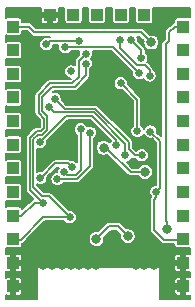
<source format=gbr>
G04 #@! TF.GenerationSoftware,KiCad,Pcbnew,(5.0.0)*
G04 #@! TF.CreationDate,2021-02-11T09:18:10+00:00*
G04 #@! TF.ProjectId,ESPV-BUG,455350562D4255472E6B696361645F70,rev?*
G04 #@! TF.SameCoordinates,Original*
G04 #@! TF.FileFunction,Copper,L2,Bot,Signal*
G04 #@! TF.FilePolarity,Positive*
%FSLAX46Y46*%
G04 Gerber Fmt 4.6, Leading zero omitted, Abs format (unit mm)*
G04 Created by KiCad (PCBNEW (5.0.0)) date 02/11/21 09:18:10*
%MOMM*%
%LPD*%
G01*
G04 APERTURE LIST*
G04 #@! TA.AperFunction,SMDPad,CuDef*
%ADD10R,1.000000X1.000000*%
G04 #@! TD*
G04 #@! TA.AperFunction,ViaPad*
%ADD11C,0.650000*%
G04 #@! TD*
G04 #@! TA.AperFunction,ViaPad*
%ADD12C,0.800000*%
G04 #@! TD*
G04 #@! TA.AperFunction,Conductor*
%ADD13C,0.200000*%
G04 #@! TD*
G04 #@! TA.AperFunction,Conductor*
%ADD14C,0.150000*%
G04 #@! TD*
G04 APERTURE END LIST*
D10*
G04 #@! TO.P,J2,12*
G04 #@! TO.N,GND*
X163900000Y-89300000D03*
G04 #@! TO.P,J2,11*
X163900000Y-87300000D03*
G04 #@! TO.P,J2,10*
G04 #@! TO.N,/ESP_TX*
X163900000Y-85300000D03*
G04 #@! TO.P,J2,9*
G04 #@! TO.N,/ESP_RX*
X163900000Y-83300000D03*
G04 #@! TO.P,J2,8*
G04 #@! TO.N,/ESPUSB+*
X163900000Y-81300000D03*
G04 #@! TO.P,J2,7*
G04 #@! TO.N,/ESPUSB-*
X163900000Y-79300000D03*
G04 #@! TO.P,J2,6*
G04 #@! TO.N,/GP10*
X163900000Y-77300000D03*
G04 #@! TO.P,J2,5*
G04 #@! TO.N,/BLSEL*
X163900000Y-75300000D03*
G04 #@! TO.P,J2,4*
G04 #@! TO.N,/GP08*
X163900000Y-73300000D03*
G04 #@! TO.P,J2,3*
G04 #@! TO.N,/GP07*
X163900000Y-71300000D03*
G04 #@! TO.P,J2,2*
G04 #@! TO.N,/ESP_RESET*
X163900000Y-69300000D03*
G04 #@! TO.P,J2,1*
G04 #@! TO.N,+3V3*
X163900000Y-67300000D03*
G04 #@! TD*
G04 #@! TO.P,J3,5*
G04 #@! TO.N,GND*
X167000000Y-66300000D03*
G04 #@! TO.P,J3,4*
G04 #@! TO.N,/CHUSB-*
X169000000Y-66300000D03*
G04 #@! TO.P,J3,3*
G04 #@! TO.N,/CHUSB+*
X171000000Y-66300000D03*
G04 #@! TO.P,J3,2*
G04 #@! TO.N,/CHBL*
X173000000Y-66300000D03*
G04 #@! TO.P,J3,1*
G04 #@! TO.N,/CHVP*
X175000000Y-66300000D03*
G04 #@! TD*
G04 #@! TO.P,J1,12*
G04 #@! TO.N,+3.3VA*
X178300000Y-67300000D03*
G04 #@! TO.P,J1,11*
G04 #@! TO.N,+3V3*
X178300000Y-69300000D03*
G04 #@! TO.P,J1,10*
G04 #@! TO.N,/GP06*
X178300000Y-71300000D03*
G04 #@! TO.P,J1,9*
G04 #@! TO.N,/GP05*
X178300000Y-73300000D03*
G04 #@! TO.P,J1,8*
G04 #@! TO.N,/GP04*
X178300000Y-75300000D03*
G04 #@! TO.P,J1,7*
G04 #@! TO.N,/GP03*
X178300000Y-77300000D03*
G04 #@! TO.P,J1,6*
G04 #@! TO.N,/GP02*
X178300000Y-79300000D03*
G04 #@! TO.P,J1,5*
G04 #@! TO.N,/GP01*
X178300000Y-81300000D03*
G04 #@! TO.P,J1,4*
G04 #@! TO.N,/GP00*
X178300000Y-83300000D03*
G04 #@! TO.P,J1,3*
G04 #@! TO.N,/ESP_ENABLE*
X178300000Y-85300000D03*
G04 #@! TO.P,J1,2*
G04 #@! TO.N,GND*
X178300000Y-87300000D03*
G04 #@! TO.P,J1,1*
X178300000Y-89300000D03*
G04 #@! TD*
D11*
G04 #@! TO.N,GND*
X167100000Y-66300000D03*
X178300000Y-89300000D03*
X178300000Y-87300000D03*
X163900000Y-89300000D03*
X163900000Y-87300000D03*
D12*
G04 #@! TO.N,+3.3VA*
X170950000Y-85300000D03*
X176900000Y-84400000D03*
X173600000Y-85050000D03*
D11*
X178300000Y-67300000D03*
G04 #@! TO.N,GND*
X176600000Y-88400000D03*
X176600000Y-87600000D03*
X175800000Y-87600000D03*
X175000000Y-87600000D03*
X174300000Y-87600000D03*
X176600000Y-89200000D03*
X176600000Y-90000000D03*
X165600000Y-90000000D03*
X165600000Y-89200000D03*
X165600000Y-88400000D03*
X166400000Y-87600000D03*
X167200000Y-87600000D03*
X168000000Y-87600000D03*
X168800000Y-87600000D03*
X169500000Y-87600000D03*
X170200000Y-87600000D03*
X170900000Y-87600000D03*
X171400000Y-81300000D03*
X168700000Y-69800000D03*
X176400000Y-66900000D03*
X165450000Y-66350000D03*
X167950000Y-77400000D03*
X168800000Y-73500000D03*
X165800000Y-75350000D03*
X173650000Y-84100000D03*
X173950000Y-85950000D03*
X175850000Y-73150000D03*
X176450000Y-68050000D03*
X171375000Y-80225000D03*
X170350000Y-81325000D03*
X172525000Y-81275000D03*
X171375000Y-82375000D03*
X165650000Y-68400000D03*
X170800000Y-72350000D03*
X172650000Y-70600000D03*
X176150000Y-69950000D03*
X173000000Y-74100000D03*
X165800000Y-86200000D03*
G04 #@! TO.N,/CHVP*
X174749984Y-70000016D03*
X173900000Y-68450009D03*
X175000000Y-66300000D03*
D12*
G04 #@! TO.N,+3V3*
X171550000Y-77550000D03*
X175069969Y-79612034D03*
X175600000Y-68650000D03*
X178300000Y-69300000D03*
X163900000Y-67300000D03*
D11*
G04 #@! TO.N,/GP08*
X166950000Y-74150000D03*
X173394670Y-78194670D03*
X163900000Y-73300000D03*
G04 #@! TO.N,/BLSEL*
X173000000Y-72100000D03*
X174400000Y-76150000D03*
X163900000Y-75300000D03*
G04 #@! TO.N,/GP10*
X166150021Y-77100000D03*
X172587563Y-77370599D03*
X163900000Y-77300000D03*
G04 #@! TO.N,/GP07*
X174800000Y-78199978D03*
X174800000Y-78199978D03*
X167400000Y-73400000D03*
X163900000Y-71300000D03*
G04 #@! TO.N,/GP03*
X178300000Y-77300000D03*
G04 #@! TO.N,/GP04*
X178300000Y-75300000D03*
G04 #@! TO.N,/GP05*
X178300000Y-73300000D03*
G04 #@! TO.N,/GP02*
X178300000Y-79300000D03*
G04 #@! TO.N,/GP06*
X178300000Y-71300000D03*
G04 #@! TO.N,/GP01*
X178300000Y-81300000D03*
G04 #@! TO.N,/GP00*
X178300000Y-83300000D03*
G04 #@! TO.N,/ESP_ENABLE*
X175990952Y-81301288D03*
X175512155Y-76185414D03*
X178300000Y-85300000D03*
G04 #@! TO.N,/ESP_RESET*
X168801620Y-71101620D03*
X163900000Y-69300000D03*
G04 #@! TO.N,/GP14*
X168869220Y-79210188D03*
X166200000Y-80125000D03*
G04 #@! TO.N,/GP16*
X167635207Y-80214026D03*
X170409935Y-76300000D03*
G04 #@! TO.N,/GP15*
X168191901Y-79635932D03*
X169623377Y-75995451D03*
G04 #@! TO.N,/ESPUSB+*
X163900000Y-81300000D03*
G04 #@! TO.N,/ESP_TX*
X168700000Y-83449998D03*
X170057948Y-70457188D03*
X163950000Y-85350000D03*
G04 #@! TO.N,/ESPUSB-*
X163900000Y-79300000D03*
G04 #@! TO.N,/ESP_RX*
X166400000Y-82200000D03*
X170062166Y-69612166D03*
X163950000Y-83350000D03*
G04 #@! TO.N,/CHUSB+*
X169450000Y-68500000D03*
X166700000Y-68800000D03*
X171000000Y-66300000D03*
G04 #@! TO.N,/CHBL*
X175450000Y-71450000D03*
X172950000Y-68450010D03*
X173000000Y-66300000D03*
G04 #@! TO.N,/CHUSB-*
X174553240Y-71254573D03*
X168300000Y-69050000D03*
X169000000Y-66300000D03*
G04 #@! TD*
D13*
G04 #@! TO.N,+3.3VA*
X172050000Y-84200000D02*
X170950000Y-85300000D01*
X172750000Y-84200000D02*
X172050000Y-84200000D01*
X173600000Y-85050000D02*
X172750000Y-84200000D01*
D14*
X178300000Y-67300000D02*
X178300000Y-67300000D01*
D13*
X177600000Y-67300000D02*
X178300000Y-67300000D01*
X176900000Y-84400000D02*
X176900000Y-83834315D01*
X176900000Y-83834315D02*
X176800000Y-83734315D01*
X176800000Y-68800000D02*
X177100000Y-68500000D01*
X177100000Y-68500000D02*
X177100000Y-67800000D01*
X176800000Y-83734315D02*
X176800000Y-68800000D01*
X177100000Y-67800000D02*
X177600000Y-67300000D01*
D14*
G04 #@! TO.N,/CHVP*
X174950000Y-69800000D02*
X174749984Y-70000016D01*
X174749984Y-69299993D02*
X173900000Y-68450009D01*
X174749984Y-70000016D02*
X174749984Y-69299993D01*
G04 #@! TO.N,+3V3*
X171769698Y-77550000D02*
X171550000Y-77550000D01*
X173831732Y-79612034D02*
X171769698Y-77550000D01*
X175069969Y-79612034D02*
X173831732Y-79612034D01*
D13*
X165207106Y-67300000D02*
X165682107Y-67775001D01*
X163900000Y-67300000D02*
X165207106Y-67300000D01*
X174725001Y-67775001D02*
X175600000Y-68650000D01*
X165682107Y-67775001D02*
X174725001Y-67775001D01*
D14*
G04 #@! TO.N,/GP08*
X167350000Y-74550000D02*
X166950000Y-74150000D01*
X170700000Y-74550000D02*
X167350000Y-74550000D01*
X173394670Y-77244670D02*
X170700000Y-74550000D01*
X173394670Y-78194670D02*
X173394670Y-77244670D01*
G04 #@! TO.N,/BLSEL*
X174400000Y-73500000D02*
X173000000Y-72100000D01*
X174400000Y-76150000D02*
X174400000Y-73500000D01*
G04 #@! TO.N,/GP10*
X166475020Y-76775001D02*
X166150021Y-77100000D01*
X170544059Y-74850000D02*
X168400021Y-74850000D01*
X172587563Y-76893504D02*
X170544059Y-74850000D01*
X168400021Y-74850000D02*
X166475020Y-76775001D01*
X172587563Y-77370599D02*
X172587563Y-76893504D01*
G04 #@! TO.N,/GP07*
X174199978Y-78199978D02*
X174800000Y-78199978D01*
X173700000Y-77700000D02*
X174199978Y-78199978D01*
X170850000Y-74250000D02*
X173700000Y-77100000D01*
X173700000Y-77100000D02*
X173700000Y-77700000D01*
X168250000Y-74250000D02*
X170850000Y-74250000D01*
X167400000Y-73400000D02*
X168250000Y-74250000D01*
G04 #@! TO.N,/ESP_ENABLE*
X175998712Y-81301288D02*
X175990952Y-81301288D01*
X176350000Y-80950000D02*
X175998712Y-81301288D01*
X175512155Y-76185414D02*
X176350000Y-77023259D01*
X176350000Y-77023259D02*
X176350000Y-80950000D01*
X178200000Y-85400000D02*
X178300000Y-85300000D01*
X176700000Y-85400000D02*
X178200000Y-85400000D01*
X175800000Y-84500000D02*
X176700000Y-85400000D01*
X175800000Y-81951859D02*
X175800000Y-84500000D01*
X175990952Y-81301288D02*
X175990952Y-81760907D01*
X175990952Y-81760907D02*
X175800000Y-81951859D01*
X178300000Y-85300000D02*
X178300000Y-85300000D01*
G04 #@! TO.N,/GP14*
X167451972Y-78885189D02*
X168544221Y-78885189D01*
X168544221Y-78885189D02*
X168869220Y-79210188D01*
X166200000Y-80125000D02*
X166212161Y-80125000D01*
X166212161Y-80125000D02*
X167451972Y-78885189D01*
G04 #@! TO.N,/GP16*
X170409935Y-76759619D02*
X170409935Y-76300000D01*
X169285974Y-80214026D02*
X170409935Y-79090065D01*
X167635207Y-80214026D02*
X169285974Y-80214026D01*
X170409935Y-79090065D02*
X170409935Y-76759619D01*
G04 #@! TO.N,/GP15*
X168191901Y-79635932D02*
X168455958Y-79899989D01*
X169623377Y-79452345D02*
X169623377Y-76455070D01*
X169175733Y-79899989D02*
X169623377Y-79452345D01*
X168455958Y-79899989D02*
X169175733Y-79899989D01*
X169623377Y-76455070D02*
X169623377Y-75995451D01*
G04 #@! TO.N,/ESP_TX*
X168200002Y-83449998D02*
X168240381Y-83449998D01*
X168240381Y-83449998D02*
X168700000Y-83449998D01*
X166450002Y-83449998D02*
X164550000Y-85350000D01*
X168700000Y-83449998D02*
X166450002Y-83449998D01*
X169100000Y-72400000D02*
X170057948Y-71442052D01*
X167200000Y-72400000D02*
X169100000Y-72400000D01*
X166350000Y-73250000D02*
X167200000Y-72400000D01*
X166350000Y-74450000D02*
X166350000Y-73250000D01*
X170057948Y-71442052D02*
X170057948Y-70457188D01*
X166450000Y-74550000D02*
X166750000Y-74850000D01*
X166450000Y-74550000D02*
X166350000Y-74450000D01*
X166800000Y-74900000D02*
X166450000Y-74550000D01*
X166800000Y-76025743D02*
X166800000Y-74900000D01*
X166350743Y-76475000D02*
X166800000Y-76025743D01*
X165975000Y-76475000D02*
X166350743Y-76475000D01*
X165600011Y-76849989D02*
X165975000Y-76475000D01*
X165600011Y-80900011D02*
X165600011Y-76849989D01*
X166350000Y-81650000D02*
X165600011Y-80900011D01*
X166900002Y-81650000D02*
X166350000Y-81650000D01*
X168700000Y-83449998D02*
X166900002Y-81650000D01*
X163950000Y-85350000D02*
X163950000Y-85350000D01*
X164550000Y-85350000D02*
X163950000Y-85350000D01*
X163950000Y-85350000D02*
X163900000Y-85300000D01*
G04 #@! TO.N,/ESP_RX*
X165300000Y-81100000D02*
X166400000Y-82200000D01*
X165300000Y-76700000D02*
X165300000Y-81100000D01*
X168900000Y-72100000D02*
X167050000Y-72100000D01*
X169450000Y-71550000D02*
X168900000Y-72100000D01*
X170062166Y-69612166D02*
X169450000Y-70224332D01*
X169450000Y-70224332D02*
X169450000Y-71550000D01*
X167050000Y-72100000D02*
X166050000Y-73100000D01*
X166500000Y-75100000D02*
X166050000Y-74650000D01*
X166050000Y-73100000D02*
X166050000Y-74650000D01*
X165875000Y-76125000D02*
X166276465Y-76125000D01*
X165875000Y-76125000D02*
X165300000Y-76700000D01*
X166500000Y-75901465D02*
X166500000Y-75100000D01*
X166276465Y-76125000D02*
X166500000Y-75901465D01*
X163950000Y-83350000D02*
X163950000Y-83350000D01*
X164600000Y-83350000D02*
X163950000Y-83350000D01*
X166400000Y-82200000D02*
X165750000Y-82200000D01*
X165750000Y-82200000D02*
X164600000Y-83350000D01*
X163950000Y-83350000D02*
X163900000Y-83300000D01*
G04 #@! TO.N,/CHUSB+*
X167000000Y-68500000D02*
X169450000Y-68500000D01*
X166700000Y-68800000D02*
X167000000Y-68500000D01*
G04 #@! TO.N,/CHBL*
X172950000Y-69125721D02*
X172950000Y-68607106D01*
X175450000Y-70990381D02*
X175028972Y-70569353D01*
X175450000Y-71450000D02*
X175450000Y-70990381D01*
X174393632Y-70569353D02*
X172950000Y-69125721D01*
X175028972Y-70569353D02*
X174393632Y-70569353D01*
X172950000Y-68607106D02*
X172950000Y-68450010D01*
G04 #@! TO.N,/CHUSB-*
X174553240Y-71254573D02*
X174553240Y-71153240D01*
X172348667Y-69050000D02*
X174553240Y-71254573D01*
X168300000Y-69050000D02*
X172348667Y-69050000D01*
G04 #@! TD*
G04 #@! TO.N,GND*
G36*
X166225000Y-65772915D02*
X166225000Y-66052250D01*
X166293750Y-66121000D01*
X166821000Y-66121000D01*
X166821000Y-66101000D01*
X167179000Y-66101000D01*
X167179000Y-66121000D01*
X167706250Y-66121000D01*
X167775000Y-66052250D01*
X167775000Y-65772915D01*
X167770442Y-65750000D01*
X168228595Y-65750000D01*
X168223670Y-65800000D01*
X168223670Y-66800000D01*
X168228980Y-66853909D01*
X168244704Y-66905747D01*
X168270240Y-66953521D01*
X168304605Y-66995395D01*
X168346479Y-67029760D01*
X168394253Y-67055296D01*
X168446091Y-67071020D01*
X168500000Y-67076330D01*
X169500000Y-67076330D01*
X169553909Y-67071020D01*
X169605747Y-67055296D01*
X169653521Y-67029760D01*
X169695395Y-66995395D01*
X169729760Y-66953521D01*
X169755296Y-66905747D01*
X169771020Y-66853909D01*
X169776330Y-66800000D01*
X169776330Y-65800000D01*
X169771405Y-65750000D01*
X170228595Y-65750000D01*
X170223670Y-65800000D01*
X170223670Y-66800000D01*
X170228980Y-66853909D01*
X170244704Y-66905747D01*
X170270240Y-66953521D01*
X170304605Y-66995395D01*
X170346479Y-67029760D01*
X170394253Y-67055296D01*
X170446091Y-67071020D01*
X170500000Y-67076330D01*
X171500000Y-67076330D01*
X171553909Y-67071020D01*
X171605747Y-67055296D01*
X171653521Y-67029760D01*
X171695395Y-66995395D01*
X171729760Y-66953521D01*
X171755296Y-66905747D01*
X171771020Y-66853909D01*
X171776330Y-66800000D01*
X171776330Y-65800000D01*
X171771405Y-65750000D01*
X172228595Y-65750000D01*
X172223670Y-65800000D01*
X172223670Y-66800000D01*
X172228980Y-66853909D01*
X172244704Y-66905747D01*
X172270240Y-66953521D01*
X172304605Y-66995395D01*
X172346479Y-67029760D01*
X172394253Y-67055296D01*
X172446091Y-67071020D01*
X172500000Y-67076330D01*
X173500000Y-67076330D01*
X173553909Y-67071020D01*
X173605747Y-67055296D01*
X173653521Y-67029760D01*
X173695395Y-66995395D01*
X173729760Y-66953521D01*
X173755296Y-66905747D01*
X173771020Y-66853909D01*
X173776330Y-66800000D01*
X173776330Y-65800000D01*
X173771405Y-65750000D01*
X174228595Y-65750000D01*
X174223670Y-65800000D01*
X174223670Y-66800000D01*
X174228980Y-66853909D01*
X174244704Y-66905747D01*
X174270240Y-66953521D01*
X174304605Y-66995395D01*
X174346479Y-67029760D01*
X174394253Y-67055296D01*
X174446091Y-67071020D01*
X174500000Y-67076330D01*
X175500000Y-67076330D01*
X175553909Y-67071020D01*
X175605747Y-67055296D01*
X175653521Y-67029760D01*
X175695395Y-66995395D01*
X175729760Y-66953521D01*
X175755296Y-66905747D01*
X175771020Y-66853909D01*
X175776330Y-66800000D01*
X175776330Y-65800000D01*
X175771405Y-65750000D01*
X178850001Y-65750000D01*
X178850001Y-66528595D01*
X178800000Y-66523670D01*
X177800000Y-66523670D01*
X177746091Y-66528980D01*
X177694253Y-66544704D01*
X177646479Y-66570240D01*
X177604605Y-66604605D01*
X177570240Y-66646479D01*
X177544704Y-66694253D01*
X177528980Y-66746091D01*
X177523670Y-66800000D01*
X177523670Y-66931281D01*
X177455800Y-66951869D01*
X177390653Y-66986691D01*
X177333552Y-67033552D01*
X177321809Y-67047861D01*
X176847861Y-67521810D01*
X176833553Y-67533552D01*
X176786692Y-67590653D01*
X176751870Y-67655800D01*
X176738011Y-67701488D01*
X176730427Y-67726488D01*
X176723186Y-67800000D01*
X176725001Y-67818426D01*
X176725000Y-68344670D01*
X176547861Y-68521810D01*
X176533553Y-68533552D01*
X176521811Y-68547860D01*
X176486691Y-68590654D01*
X176463208Y-68634588D01*
X176451870Y-68655800D01*
X176430855Y-68725078D01*
X176430427Y-68726488D01*
X176423186Y-68800000D01*
X176425001Y-68818426D01*
X176425000Y-76603285D01*
X176104534Y-76282820D01*
X176112155Y-76244509D01*
X176112155Y-76126319D01*
X176089097Y-76010400D01*
X176043868Y-75901207D01*
X175978205Y-75802936D01*
X175894633Y-75719364D01*
X175796362Y-75653701D01*
X175687169Y-75608472D01*
X175571250Y-75585414D01*
X175453060Y-75585414D01*
X175337141Y-75608472D01*
X175227948Y-75653701D01*
X175129677Y-75719364D01*
X175046105Y-75802936D01*
X174980442Y-75901207D01*
X174963412Y-75942321D01*
X174931713Y-75865793D01*
X174866050Y-75767522D01*
X174782478Y-75683950D01*
X174750000Y-75662249D01*
X174750000Y-73517188D01*
X174751693Y-73500000D01*
X174744935Y-73431388D01*
X174742973Y-73424921D01*
X174724922Y-73365413D01*
X174692422Y-73304610D01*
X174648685Y-73251315D01*
X174635325Y-73240351D01*
X173592379Y-72197406D01*
X173600000Y-72159095D01*
X173600000Y-72040905D01*
X173576942Y-71924986D01*
X173531713Y-71815793D01*
X173466050Y-71717522D01*
X173382478Y-71633950D01*
X173284207Y-71568287D01*
X173175014Y-71523058D01*
X173059095Y-71500000D01*
X172940905Y-71500000D01*
X172824986Y-71523058D01*
X172715793Y-71568287D01*
X172617522Y-71633950D01*
X172533950Y-71717522D01*
X172468287Y-71815793D01*
X172423058Y-71924986D01*
X172400000Y-72040905D01*
X172400000Y-72159095D01*
X172423058Y-72275014D01*
X172468287Y-72384207D01*
X172533950Y-72482478D01*
X172617522Y-72566050D01*
X172715793Y-72631713D01*
X172824986Y-72676942D01*
X172940905Y-72700000D01*
X173059095Y-72700000D01*
X173097406Y-72692379D01*
X174050001Y-73644975D01*
X174050000Y-75662249D01*
X174017522Y-75683950D01*
X173933950Y-75767522D01*
X173868287Y-75865793D01*
X173823058Y-75974986D01*
X173800000Y-76090905D01*
X173800000Y-76209095D01*
X173823058Y-76325014D01*
X173868287Y-76434207D01*
X173933950Y-76532478D01*
X174017522Y-76616050D01*
X174115793Y-76681713D01*
X174224986Y-76726942D01*
X174340905Y-76750000D01*
X174459095Y-76750000D01*
X174575014Y-76726942D01*
X174684207Y-76681713D01*
X174782478Y-76616050D01*
X174866050Y-76532478D01*
X174931713Y-76434207D01*
X174948743Y-76393093D01*
X174980442Y-76469621D01*
X175046105Y-76567892D01*
X175129677Y-76651464D01*
X175227948Y-76717127D01*
X175337141Y-76762356D01*
X175453060Y-76785414D01*
X175571250Y-76785414D01*
X175609561Y-76777793D01*
X176000000Y-77168234D01*
X176000001Y-80701288D01*
X175931857Y-80701288D01*
X175815938Y-80724346D01*
X175706745Y-80769575D01*
X175608474Y-80835238D01*
X175524902Y-80918810D01*
X175459239Y-81017081D01*
X175414010Y-81126274D01*
X175390952Y-81242193D01*
X175390952Y-81360383D01*
X175414010Y-81476302D01*
X175459239Y-81585495D01*
X175524902Y-81683766D01*
X175548158Y-81707022D01*
X175507578Y-81756470D01*
X175475078Y-81817273D01*
X175466549Y-81845390D01*
X175455065Y-81883248D01*
X175448307Y-81951859D01*
X175450000Y-81969047D01*
X175450001Y-84482802D01*
X175448307Y-84500000D01*
X175455065Y-84568611D01*
X175470567Y-84619713D01*
X175475079Y-84634587D01*
X175507579Y-84695390D01*
X175551316Y-84748685D01*
X175564676Y-84759649D01*
X176440355Y-85635330D01*
X176451315Y-85648685D01*
X176504610Y-85692422D01*
X176565413Y-85724922D01*
X176611374Y-85738864D01*
X176631387Y-85744935D01*
X176699999Y-85751693D01*
X176717188Y-85750000D01*
X177523670Y-85750000D01*
X177523670Y-85800000D01*
X177528980Y-85853909D01*
X177544704Y-85905747D01*
X177570240Y-85953521D01*
X177604605Y-85995395D01*
X177646479Y-86029760D01*
X177694253Y-86055296D01*
X177746091Y-86071020D01*
X177800000Y-86076330D01*
X178800000Y-86076330D01*
X178850000Y-86071405D01*
X178850000Y-86529558D01*
X178827085Y-86525000D01*
X178547750Y-86525000D01*
X178479000Y-86593750D01*
X178479000Y-87121000D01*
X178499000Y-87121000D01*
X178499000Y-87479000D01*
X178479000Y-87479000D01*
X178479000Y-88006250D01*
X178547750Y-88075000D01*
X178827085Y-88075000D01*
X178850000Y-88070442D01*
X178850000Y-88529558D01*
X178827085Y-88525000D01*
X178547750Y-88525000D01*
X178479000Y-88593750D01*
X178479000Y-89121000D01*
X178499000Y-89121000D01*
X178499000Y-89479000D01*
X178479000Y-89479000D01*
X178479000Y-90006250D01*
X178547750Y-90075000D01*
X178827085Y-90075000D01*
X178850000Y-90070442D01*
X178850000Y-90350000D01*
X176325000Y-90350000D01*
X176325000Y-89547750D01*
X177525000Y-89547750D01*
X177525000Y-89827085D01*
X177535568Y-89880215D01*
X177556298Y-89930261D01*
X177586394Y-89975302D01*
X177624698Y-90013607D01*
X177669739Y-90043702D01*
X177719786Y-90064432D01*
X177772915Y-90075000D01*
X178052250Y-90075000D01*
X178121000Y-90006250D01*
X178121000Y-89479000D01*
X177593750Y-89479000D01*
X177525000Y-89547750D01*
X176325000Y-89547750D01*
X176325000Y-88772915D01*
X177525000Y-88772915D01*
X177525000Y-89052250D01*
X177593750Y-89121000D01*
X178121000Y-89121000D01*
X178121000Y-88593750D01*
X178052250Y-88525000D01*
X177772915Y-88525000D01*
X177719786Y-88535568D01*
X177669739Y-88556298D01*
X177624698Y-88586393D01*
X177586394Y-88624698D01*
X177556298Y-88669739D01*
X177535568Y-88719785D01*
X177525000Y-88772915D01*
X176325000Y-88772915D01*
X176325000Y-87700000D01*
X176323559Y-87685368D01*
X176319291Y-87671299D01*
X176312360Y-87658332D01*
X176303033Y-87646967D01*
X176291668Y-87637640D01*
X176278701Y-87630709D01*
X176264632Y-87626441D01*
X176250000Y-87625000D01*
X166000000Y-87625000D01*
X165985368Y-87626441D01*
X165971299Y-87630709D01*
X165958332Y-87637640D01*
X165946967Y-87646967D01*
X165937640Y-87658332D01*
X165930709Y-87671299D01*
X165926441Y-87685368D01*
X165925000Y-87700000D01*
X165925000Y-90350000D01*
X163250000Y-90350000D01*
X163250000Y-90030513D01*
X163269739Y-90043702D01*
X163319786Y-90064432D01*
X163372915Y-90075000D01*
X163652250Y-90075000D01*
X163721000Y-90006250D01*
X163721000Y-89479000D01*
X164079000Y-89479000D01*
X164079000Y-90006250D01*
X164147750Y-90075000D01*
X164427085Y-90075000D01*
X164480214Y-90064432D01*
X164530261Y-90043702D01*
X164575302Y-90013607D01*
X164613606Y-89975302D01*
X164643702Y-89930261D01*
X164664432Y-89880215D01*
X164675000Y-89827085D01*
X164675000Y-89547750D01*
X164606250Y-89479000D01*
X164079000Y-89479000D01*
X163721000Y-89479000D01*
X163701000Y-89479000D01*
X163701000Y-89121000D01*
X163721000Y-89121000D01*
X163721000Y-88593750D01*
X164079000Y-88593750D01*
X164079000Y-89121000D01*
X164606250Y-89121000D01*
X164675000Y-89052250D01*
X164675000Y-88772915D01*
X164664432Y-88719785D01*
X164643702Y-88669739D01*
X164613606Y-88624698D01*
X164575302Y-88586393D01*
X164530261Y-88556298D01*
X164480214Y-88535568D01*
X164427085Y-88525000D01*
X164147750Y-88525000D01*
X164079000Y-88593750D01*
X163721000Y-88593750D01*
X163652250Y-88525000D01*
X163372915Y-88525000D01*
X163319786Y-88535568D01*
X163269739Y-88556298D01*
X163250000Y-88569487D01*
X163250000Y-88030513D01*
X163269739Y-88043702D01*
X163319786Y-88064432D01*
X163372915Y-88075000D01*
X163652250Y-88075000D01*
X163721000Y-88006250D01*
X163721000Y-87479000D01*
X164079000Y-87479000D01*
X164079000Y-88006250D01*
X164147750Y-88075000D01*
X164427085Y-88075000D01*
X164480214Y-88064432D01*
X164530261Y-88043702D01*
X164575302Y-88013607D01*
X164613606Y-87975302D01*
X164643702Y-87930261D01*
X164664432Y-87880215D01*
X164675000Y-87827085D01*
X164675000Y-87547750D01*
X177525000Y-87547750D01*
X177525000Y-87827085D01*
X177535568Y-87880215D01*
X177556298Y-87930261D01*
X177586394Y-87975302D01*
X177624698Y-88013607D01*
X177669739Y-88043702D01*
X177719786Y-88064432D01*
X177772915Y-88075000D01*
X178052250Y-88075000D01*
X178121000Y-88006250D01*
X178121000Y-87479000D01*
X177593750Y-87479000D01*
X177525000Y-87547750D01*
X164675000Y-87547750D01*
X164606250Y-87479000D01*
X164079000Y-87479000D01*
X163721000Y-87479000D01*
X163701000Y-87479000D01*
X163701000Y-87121000D01*
X163721000Y-87121000D01*
X163721000Y-86593750D01*
X164079000Y-86593750D01*
X164079000Y-87121000D01*
X164606250Y-87121000D01*
X164675000Y-87052250D01*
X164675000Y-86772915D01*
X177525000Y-86772915D01*
X177525000Y-87052250D01*
X177593750Y-87121000D01*
X178121000Y-87121000D01*
X178121000Y-86593750D01*
X178052250Y-86525000D01*
X177772915Y-86525000D01*
X177719786Y-86535568D01*
X177669739Y-86556298D01*
X177624698Y-86586393D01*
X177586394Y-86624698D01*
X177556298Y-86669739D01*
X177535568Y-86719785D01*
X177525000Y-86772915D01*
X164675000Y-86772915D01*
X164664432Y-86719785D01*
X164643702Y-86669739D01*
X164613606Y-86624698D01*
X164575302Y-86586393D01*
X164530261Y-86556298D01*
X164480214Y-86535568D01*
X164427085Y-86525000D01*
X164147750Y-86525000D01*
X164079000Y-86593750D01*
X163721000Y-86593750D01*
X163652250Y-86525000D01*
X163372915Y-86525000D01*
X163319786Y-86535568D01*
X163269739Y-86556298D01*
X163250000Y-86569487D01*
X163250000Y-86031642D01*
X163294253Y-86055296D01*
X163346091Y-86071020D01*
X163400000Y-86076330D01*
X164400000Y-86076330D01*
X164453909Y-86071020D01*
X164505747Y-86055296D01*
X164553521Y-86029760D01*
X164595395Y-85995395D01*
X164629760Y-85953521D01*
X164655296Y-85905747D01*
X164671020Y-85853909D01*
X164676330Y-85800000D01*
X164676330Y-85677427D01*
X164684587Y-85674922D01*
X164745390Y-85642422D01*
X164798685Y-85598685D01*
X164809653Y-85585320D01*
X165161455Y-85233518D01*
X170275000Y-85233518D01*
X170275000Y-85366482D01*
X170300940Y-85496890D01*
X170351823Y-85619732D01*
X170425693Y-85730287D01*
X170519713Y-85824307D01*
X170630268Y-85898177D01*
X170753110Y-85949060D01*
X170883518Y-85975000D01*
X171016482Y-85975000D01*
X171146890Y-85949060D01*
X171269732Y-85898177D01*
X171380287Y-85824307D01*
X171474307Y-85730287D01*
X171548177Y-85619732D01*
X171599060Y-85496890D01*
X171625000Y-85366482D01*
X171625000Y-85233518D01*
X171612028Y-85168302D01*
X172205330Y-84575000D01*
X172594671Y-84575000D01*
X172937972Y-84918302D01*
X172925000Y-84983518D01*
X172925000Y-85116482D01*
X172950940Y-85246890D01*
X173001823Y-85369732D01*
X173075693Y-85480287D01*
X173169713Y-85574307D01*
X173280268Y-85648177D01*
X173403110Y-85699060D01*
X173533518Y-85725000D01*
X173666482Y-85725000D01*
X173796890Y-85699060D01*
X173919732Y-85648177D01*
X174030287Y-85574307D01*
X174124307Y-85480287D01*
X174198177Y-85369732D01*
X174249060Y-85246890D01*
X174275000Y-85116482D01*
X174275000Y-84983518D01*
X174249060Y-84853110D01*
X174198177Y-84730268D01*
X174124307Y-84619713D01*
X174030287Y-84525693D01*
X173919732Y-84451823D01*
X173796890Y-84400940D01*
X173666482Y-84375000D01*
X173533518Y-84375000D01*
X173468302Y-84387972D01*
X173028195Y-83947866D01*
X173016448Y-83933552D01*
X172959347Y-83886691D01*
X172894200Y-83851869D01*
X172823513Y-83830426D01*
X172768419Y-83825000D01*
X172768416Y-83825000D01*
X172750000Y-83823186D01*
X172731584Y-83825000D01*
X172068416Y-83825000D01*
X172050000Y-83823186D01*
X172031584Y-83825000D01*
X172031581Y-83825000D01*
X171976487Y-83830426D01*
X171905800Y-83851869D01*
X171840653Y-83886691D01*
X171783552Y-83933552D01*
X171771809Y-83947861D01*
X171081698Y-84637972D01*
X171016482Y-84625000D01*
X170883518Y-84625000D01*
X170753110Y-84650940D01*
X170630268Y-84701823D01*
X170519713Y-84775693D01*
X170425693Y-84869713D01*
X170351823Y-84980268D01*
X170300940Y-85103110D01*
X170275000Y-85233518D01*
X165161455Y-85233518D01*
X166594977Y-83799998D01*
X168212249Y-83799998D01*
X168233950Y-83832476D01*
X168317522Y-83916048D01*
X168415793Y-83981711D01*
X168524986Y-84026940D01*
X168640905Y-84049998D01*
X168759095Y-84049998D01*
X168875014Y-84026940D01*
X168984207Y-83981711D01*
X169082478Y-83916048D01*
X169166050Y-83832476D01*
X169231713Y-83734205D01*
X169276942Y-83625012D01*
X169300000Y-83509093D01*
X169300000Y-83390903D01*
X169276942Y-83274984D01*
X169231713Y-83165791D01*
X169166050Y-83067520D01*
X169082478Y-82983948D01*
X168984207Y-82918285D01*
X168875014Y-82873056D01*
X168759095Y-82849998D01*
X168640905Y-82849998D01*
X168602595Y-82857618D01*
X167159655Y-81414680D01*
X167148687Y-81401315D01*
X167095392Y-81357578D01*
X167034589Y-81325078D01*
X166968614Y-81305065D01*
X166917191Y-81300000D01*
X166917190Y-81300000D01*
X166900002Y-81298307D01*
X166882814Y-81300000D01*
X166494975Y-81300000D01*
X165950011Y-80755038D01*
X165950011Y-80670886D01*
X166024986Y-80701942D01*
X166140905Y-80725000D01*
X166259095Y-80725000D01*
X166375014Y-80701942D01*
X166484207Y-80656713D01*
X166582478Y-80591050D01*
X166666050Y-80507478D01*
X166731713Y-80409207D01*
X166776942Y-80300014D01*
X166800000Y-80184095D01*
X166800000Y-80065905D01*
X166794397Y-80037737D01*
X167596947Y-79235189D01*
X167744116Y-79235189D01*
X167725851Y-79253454D01*
X167660188Y-79351725D01*
X167614959Y-79460918D01*
X167591901Y-79576837D01*
X167591901Y-79614026D01*
X167576112Y-79614026D01*
X167460193Y-79637084D01*
X167351000Y-79682313D01*
X167252729Y-79747976D01*
X167169157Y-79831548D01*
X167103494Y-79929819D01*
X167058265Y-80039012D01*
X167035207Y-80154931D01*
X167035207Y-80273121D01*
X167058265Y-80389040D01*
X167103494Y-80498233D01*
X167169157Y-80596504D01*
X167252729Y-80680076D01*
X167351000Y-80745739D01*
X167460193Y-80790968D01*
X167576112Y-80814026D01*
X167694302Y-80814026D01*
X167810221Y-80790968D01*
X167919414Y-80745739D01*
X168017685Y-80680076D01*
X168101257Y-80596504D01*
X168122958Y-80564026D01*
X169268786Y-80564026D01*
X169285974Y-80565719D01*
X169303162Y-80564026D01*
X169303163Y-80564026D01*
X169354586Y-80558961D01*
X169420561Y-80538948D01*
X169481364Y-80506448D01*
X169534659Y-80462711D01*
X169545627Y-80449346D01*
X170645264Y-79349710D01*
X170658619Y-79338750D01*
X170702357Y-79285455D01*
X170729225Y-79235189D01*
X170734857Y-79224653D01*
X170754870Y-79158677D01*
X170761628Y-79090065D01*
X170759935Y-79072876D01*
X170759935Y-76787751D01*
X170792413Y-76766050D01*
X170875985Y-76682478D01*
X170941648Y-76584207D01*
X170986877Y-76475014D01*
X171009935Y-76359095D01*
X171009935Y-76240905D01*
X170986877Y-76124986D01*
X170941648Y-76015793D01*
X170875985Y-75917522D01*
X170792413Y-75833950D01*
X170694142Y-75768287D01*
X170584949Y-75723058D01*
X170469030Y-75700000D01*
X170350840Y-75700000D01*
X170234921Y-75723058D01*
X170170958Y-75749552D01*
X170155090Y-75711244D01*
X170089427Y-75612973D01*
X170005855Y-75529401D01*
X169907584Y-75463738D01*
X169798391Y-75418509D01*
X169682472Y-75395451D01*
X169564282Y-75395451D01*
X169448363Y-75418509D01*
X169339170Y-75463738D01*
X169240899Y-75529401D01*
X169157327Y-75612973D01*
X169091664Y-75711244D01*
X169046435Y-75820437D01*
X169023377Y-75936356D01*
X169023377Y-76054546D01*
X169046435Y-76170465D01*
X169091664Y-76279658D01*
X169157327Y-76377929D01*
X169240899Y-76461501D01*
X169273378Y-76483203D01*
X169273377Y-78765817D01*
X169251698Y-78744138D01*
X169153427Y-78678475D01*
X169044234Y-78633246D01*
X168928315Y-78610188D01*
X168810125Y-78610188D01*
X168770455Y-78618079D01*
X168739611Y-78592767D01*
X168678808Y-78560267D01*
X168612833Y-78540254D01*
X168561410Y-78535189D01*
X168561409Y-78535189D01*
X168544221Y-78533496D01*
X168527033Y-78535189D01*
X167469168Y-78535189D01*
X167451972Y-78533495D01*
X167383360Y-78540254D01*
X167317385Y-78560267D01*
X167256582Y-78592767D01*
X167203287Y-78636504D01*
X167192327Y-78649859D01*
X166307549Y-79534638D01*
X166259095Y-79525000D01*
X166140905Y-79525000D01*
X166024986Y-79548058D01*
X165950011Y-79579114D01*
X165950011Y-77666588D01*
X165975007Y-77676942D01*
X166090926Y-77700000D01*
X166209116Y-77700000D01*
X166325035Y-77676942D01*
X166434228Y-77631713D01*
X166532499Y-77566050D01*
X166616071Y-77482478D01*
X166681734Y-77384207D01*
X166726963Y-77275014D01*
X166750021Y-77159095D01*
X166750021Y-77040905D01*
X166742400Y-77002594D01*
X168544996Y-75200000D01*
X170399086Y-75200000D01*
X172154360Y-76955274D01*
X172121513Y-76988121D01*
X172055850Y-77086392D01*
X172051496Y-77096902D01*
X171980287Y-77025693D01*
X171869732Y-76951823D01*
X171746890Y-76900940D01*
X171616482Y-76875000D01*
X171483518Y-76875000D01*
X171353110Y-76900940D01*
X171230268Y-76951823D01*
X171119713Y-77025693D01*
X171025693Y-77119713D01*
X170951823Y-77230268D01*
X170900940Y-77353110D01*
X170875000Y-77483518D01*
X170875000Y-77616482D01*
X170900940Y-77746890D01*
X170951823Y-77869732D01*
X171025693Y-77980287D01*
X171119713Y-78074307D01*
X171230268Y-78148177D01*
X171353110Y-78199060D01*
X171483518Y-78225000D01*
X171616482Y-78225000D01*
X171746890Y-78199060D01*
X171869732Y-78148177D01*
X171871632Y-78146907D01*
X173572087Y-79847364D01*
X173583047Y-79860719D01*
X173636342Y-79904456D01*
X173697145Y-79936956D01*
X173763120Y-79956969D01*
X173814543Y-79962034D01*
X173814545Y-79962034D01*
X173831731Y-79963727D01*
X173848917Y-79962034D01*
X174492016Y-79962034D01*
X174545662Y-80042321D01*
X174639682Y-80136341D01*
X174750237Y-80210211D01*
X174873079Y-80261094D01*
X175003487Y-80287034D01*
X175136451Y-80287034D01*
X175266859Y-80261094D01*
X175389701Y-80210211D01*
X175500256Y-80136341D01*
X175594276Y-80042321D01*
X175668146Y-79931766D01*
X175719029Y-79808924D01*
X175744969Y-79678516D01*
X175744969Y-79545552D01*
X175719029Y-79415144D01*
X175668146Y-79292302D01*
X175594276Y-79181747D01*
X175500256Y-79087727D01*
X175389701Y-79013857D01*
X175266859Y-78962974D01*
X175136451Y-78937034D01*
X175003487Y-78937034D01*
X174873079Y-78962974D01*
X174750237Y-79013857D01*
X174639682Y-79087727D01*
X174545662Y-79181747D01*
X174492016Y-79262034D01*
X173976707Y-79262034D01*
X173500121Y-78785449D01*
X173569684Y-78771612D01*
X173678877Y-78726383D01*
X173777148Y-78660720D01*
X173860720Y-78577148D01*
X173926383Y-78478877D01*
X173943056Y-78438625D01*
X173951293Y-78448663D01*
X173988110Y-78478877D01*
X174004588Y-78492400D01*
X174065391Y-78524900D01*
X174131366Y-78544913D01*
X174199978Y-78551671D01*
X174217167Y-78549978D01*
X174312249Y-78549978D01*
X174333950Y-78582456D01*
X174417522Y-78666028D01*
X174515793Y-78731691D01*
X174624986Y-78776920D01*
X174740905Y-78799978D01*
X174859095Y-78799978D01*
X174975014Y-78776920D01*
X175084207Y-78731691D01*
X175182478Y-78666028D01*
X175266050Y-78582456D01*
X175331713Y-78484185D01*
X175376942Y-78374992D01*
X175400000Y-78259073D01*
X175400000Y-78140883D01*
X175376942Y-78024964D01*
X175331713Y-77915771D01*
X175266050Y-77817500D01*
X175182478Y-77733928D01*
X175084207Y-77668265D01*
X174975014Y-77623036D01*
X174859095Y-77599978D01*
X174740905Y-77599978D01*
X174624986Y-77623036D01*
X174515793Y-77668265D01*
X174417522Y-77733928D01*
X174333950Y-77817500D01*
X174325348Y-77830374D01*
X174050000Y-77555027D01*
X174050000Y-77117189D01*
X174051693Y-77100000D01*
X174044935Y-77031388D01*
X174024922Y-76965413D01*
X173992422Y-76904610D01*
X173959642Y-76864667D01*
X173959640Y-76864665D01*
X173948684Y-76851315D01*
X173935335Y-76840360D01*
X171109653Y-74014680D01*
X171098685Y-74001315D01*
X171045390Y-73957578D01*
X170984587Y-73925078D01*
X170918612Y-73905065D01*
X170867189Y-73900000D01*
X170867188Y-73900000D01*
X170850000Y-73898307D01*
X170832812Y-73900000D01*
X168394975Y-73900000D01*
X167992379Y-73497406D01*
X168000000Y-73459095D01*
X168000000Y-73340905D01*
X167976942Y-73224986D01*
X167931713Y-73115793D01*
X167866050Y-73017522D01*
X167782478Y-72933950D01*
X167684207Y-72868287D01*
X167575014Y-72823058D01*
X167459095Y-72800000D01*
X167340905Y-72800000D01*
X167283570Y-72811405D01*
X167344975Y-72750000D01*
X169082812Y-72750000D01*
X169100000Y-72751693D01*
X169117188Y-72750000D01*
X169117189Y-72750000D01*
X169168612Y-72744935D01*
X169234587Y-72724922D01*
X169295390Y-72692422D01*
X169348685Y-72648685D01*
X169359653Y-72635320D01*
X170293277Y-71701697D01*
X170306632Y-71690737D01*
X170350370Y-71637442D01*
X170382870Y-71576639D01*
X170400472Y-71518612D01*
X170402883Y-71510665D01*
X170409641Y-71442053D01*
X170407948Y-71424864D01*
X170407948Y-70944939D01*
X170440426Y-70923238D01*
X170523998Y-70839666D01*
X170589661Y-70741395D01*
X170634890Y-70632202D01*
X170657948Y-70516283D01*
X170657948Y-70398093D01*
X170634890Y-70282174D01*
X170589661Y-70172981D01*
X170523998Y-70074710D01*
X170486074Y-70036786D01*
X170528216Y-69994644D01*
X170593879Y-69896373D01*
X170639108Y-69787180D01*
X170662166Y-69671261D01*
X170662166Y-69553071D01*
X170639108Y-69437152D01*
X170623719Y-69400000D01*
X172203694Y-69400000D01*
X173960861Y-71157167D01*
X173953240Y-71195478D01*
X173953240Y-71313668D01*
X173976298Y-71429587D01*
X174021527Y-71538780D01*
X174087190Y-71637051D01*
X174170762Y-71720623D01*
X174269033Y-71786286D01*
X174378226Y-71831515D01*
X174494145Y-71854573D01*
X174612335Y-71854573D01*
X174728254Y-71831515D01*
X174837447Y-71786286D01*
X174917659Y-71732690D01*
X174918287Y-71734207D01*
X174983950Y-71832478D01*
X175067522Y-71916050D01*
X175165793Y-71981713D01*
X175274986Y-72026942D01*
X175390905Y-72050000D01*
X175509095Y-72050000D01*
X175625014Y-72026942D01*
X175734207Y-71981713D01*
X175832478Y-71916050D01*
X175916050Y-71832478D01*
X175981713Y-71734207D01*
X176026942Y-71625014D01*
X176050000Y-71509095D01*
X176050000Y-71390905D01*
X176026942Y-71274986D01*
X175981713Y-71165793D01*
X175916050Y-71067522D01*
X175832478Y-70983950D01*
X175798847Y-70961478D01*
X175794935Y-70921769D01*
X175774922Y-70855794D01*
X175742422Y-70794991D01*
X175720507Y-70768287D01*
X175698685Y-70741696D01*
X175685330Y-70730736D01*
X175288625Y-70334033D01*
X175277657Y-70320668D01*
X175264539Y-70309902D01*
X175281697Y-70284223D01*
X175326926Y-70175030D01*
X175349984Y-70059111D01*
X175349984Y-69940921D01*
X175326926Y-69825002D01*
X175297051Y-69752876D01*
X175294934Y-69731389D01*
X175274921Y-69665414D01*
X175242421Y-69604611D01*
X175198684Y-69551316D01*
X175145389Y-69507579D01*
X175099984Y-69483309D01*
X175099984Y-69317182D01*
X175101677Y-69299993D01*
X175094919Y-69231381D01*
X175074906Y-69165405D01*
X175062881Y-69142909D01*
X175042406Y-69104603D01*
X174998669Y-69051308D01*
X174985309Y-69040344D01*
X174492379Y-68547415D01*
X174500000Y-68509104D01*
X174500000Y-68390914D01*
X174476942Y-68274995D01*
X174431713Y-68165802D01*
X174421155Y-68150001D01*
X174569672Y-68150001D01*
X174937972Y-68518302D01*
X174925000Y-68583518D01*
X174925000Y-68716482D01*
X174950940Y-68846890D01*
X175001823Y-68969732D01*
X175075693Y-69080287D01*
X175169713Y-69174307D01*
X175280268Y-69248177D01*
X175403110Y-69299060D01*
X175533518Y-69325000D01*
X175666482Y-69325000D01*
X175796890Y-69299060D01*
X175919732Y-69248177D01*
X176030287Y-69174307D01*
X176124307Y-69080287D01*
X176198177Y-68969732D01*
X176249060Y-68846890D01*
X176275000Y-68716482D01*
X176275000Y-68583518D01*
X176249060Y-68453110D01*
X176198177Y-68330268D01*
X176124307Y-68219713D01*
X176030287Y-68125693D01*
X175919732Y-68051823D01*
X175796890Y-68000940D01*
X175666482Y-67975000D01*
X175533518Y-67975000D01*
X175468302Y-67987972D01*
X175003196Y-67522867D01*
X174991449Y-67508553D01*
X174934348Y-67461692D01*
X174869201Y-67426870D01*
X174798514Y-67405427D01*
X174743420Y-67400001D01*
X174743417Y-67400001D01*
X174725001Y-67398187D01*
X174706585Y-67400001D01*
X165837437Y-67400001D01*
X165485301Y-67047866D01*
X165473554Y-67033552D01*
X165416453Y-66986691D01*
X165351306Y-66951869D01*
X165280619Y-66930426D01*
X165225525Y-66925000D01*
X165225522Y-66925000D01*
X165207106Y-66923186D01*
X165188690Y-66925000D01*
X164676330Y-66925000D01*
X164676330Y-66800000D01*
X164671020Y-66746091D01*
X164655296Y-66694253D01*
X164629760Y-66646479D01*
X164595395Y-66604605D01*
X164553521Y-66570240D01*
X164511446Y-66547750D01*
X166225000Y-66547750D01*
X166225000Y-66827085D01*
X166235568Y-66880214D01*
X166256298Y-66930261D01*
X166286393Y-66975302D01*
X166324698Y-67013606D01*
X166369739Y-67043702D01*
X166419785Y-67064432D01*
X166472915Y-67075000D01*
X166752250Y-67075000D01*
X166821000Y-67006250D01*
X166821000Y-66479000D01*
X167179000Y-66479000D01*
X167179000Y-67006250D01*
X167247750Y-67075000D01*
X167527085Y-67075000D01*
X167580215Y-67064432D01*
X167630261Y-67043702D01*
X167675302Y-67013606D01*
X167713607Y-66975302D01*
X167743702Y-66930261D01*
X167764432Y-66880214D01*
X167775000Y-66827085D01*
X167775000Y-66547750D01*
X167706250Y-66479000D01*
X167179000Y-66479000D01*
X166821000Y-66479000D01*
X166293750Y-66479000D01*
X166225000Y-66547750D01*
X164511446Y-66547750D01*
X164505747Y-66544704D01*
X164453909Y-66528980D01*
X164400000Y-66523670D01*
X163400000Y-66523670D01*
X163346091Y-66528980D01*
X163294253Y-66544704D01*
X163250000Y-66568358D01*
X163250000Y-65750000D01*
X166229558Y-65750000D01*
X166225000Y-65772915D01*
X166225000Y-65772915D01*
G37*
X166225000Y-65772915D02*
X166225000Y-66052250D01*
X166293750Y-66121000D01*
X166821000Y-66121000D01*
X166821000Y-66101000D01*
X167179000Y-66101000D01*
X167179000Y-66121000D01*
X167706250Y-66121000D01*
X167775000Y-66052250D01*
X167775000Y-65772915D01*
X167770442Y-65750000D01*
X168228595Y-65750000D01*
X168223670Y-65800000D01*
X168223670Y-66800000D01*
X168228980Y-66853909D01*
X168244704Y-66905747D01*
X168270240Y-66953521D01*
X168304605Y-66995395D01*
X168346479Y-67029760D01*
X168394253Y-67055296D01*
X168446091Y-67071020D01*
X168500000Y-67076330D01*
X169500000Y-67076330D01*
X169553909Y-67071020D01*
X169605747Y-67055296D01*
X169653521Y-67029760D01*
X169695395Y-66995395D01*
X169729760Y-66953521D01*
X169755296Y-66905747D01*
X169771020Y-66853909D01*
X169776330Y-66800000D01*
X169776330Y-65800000D01*
X169771405Y-65750000D01*
X170228595Y-65750000D01*
X170223670Y-65800000D01*
X170223670Y-66800000D01*
X170228980Y-66853909D01*
X170244704Y-66905747D01*
X170270240Y-66953521D01*
X170304605Y-66995395D01*
X170346479Y-67029760D01*
X170394253Y-67055296D01*
X170446091Y-67071020D01*
X170500000Y-67076330D01*
X171500000Y-67076330D01*
X171553909Y-67071020D01*
X171605747Y-67055296D01*
X171653521Y-67029760D01*
X171695395Y-66995395D01*
X171729760Y-66953521D01*
X171755296Y-66905747D01*
X171771020Y-66853909D01*
X171776330Y-66800000D01*
X171776330Y-65800000D01*
X171771405Y-65750000D01*
X172228595Y-65750000D01*
X172223670Y-65800000D01*
X172223670Y-66800000D01*
X172228980Y-66853909D01*
X172244704Y-66905747D01*
X172270240Y-66953521D01*
X172304605Y-66995395D01*
X172346479Y-67029760D01*
X172394253Y-67055296D01*
X172446091Y-67071020D01*
X172500000Y-67076330D01*
X173500000Y-67076330D01*
X173553909Y-67071020D01*
X173605747Y-67055296D01*
X173653521Y-67029760D01*
X173695395Y-66995395D01*
X173729760Y-66953521D01*
X173755296Y-66905747D01*
X173771020Y-66853909D01*
X173776330Y-66800000D01*
X173776330Y-65800000D01*
X173771405Y-65750000D01*
X174228595Y-65750000D01*
X174223670Y-65800000D01*
X174223670Y-66800000D01*
X174228980Y-66853909D01*
X174244704Y-66905747D01*
X174270240Y-66953521D01*
X174304605Y-66995395D01*
X174346479Y-67029760D01*
X174394253Y-67055296D01*
X174446091Y-67071020D01*
X174500000Y-67076330D01*
X175500000Y-67076330D01*
X175553909Y-67071020D01*
X175605747Y-67055296D01*
X175653521Y-67029760D01*
X175695395Y-66995395D01*
X175729760Y-66953521D01*
X175755296Y-66905747D01*
X175771020Y-66853909D01*
X175776330Y-66800000D01*
X175776330Y-65800000D01*
X175771405Y-65750000D01*
X178850001Y-65750000D01*
X178850001Y-66528595D01*
X178800000Y-66523670D01*
X177800000Y-66523670D01*
X177746091Y-66528980D01*
X177694253Y-66544704D01*
X177646479Y-66570240D01*
X177604605Y-66604605D01*
X177570240Y-66646479D01*
X177544704Y-66694253D01*
X177528980Y-66746091D01*
X177523670Y-66800000D01*
X177523670Y-66931281D01*
X177455800Y-66951869D01*
X177390653Y-66986691D01*
X177333552Y-67033552D01*
X177321809Y-67047861D01*
X176847861Y-67521810D01*
X176833553Y-67533552D01*
X176786692Y-67590653D01*
X176751870Y-67655800D01*
X176738011Y-67701488D01*
X176730427Y-67726488D01*
X176723186Y-67800000D01*
X176725001Y-67818426D01*
X176725000Y-68344670D01*
X176547861Y-68521810D01*
X176533553Y-68533552D01*
X176521811Y-68547860D01*
X176486691Y-68590654D01*
X176463208Y-68634588D01*
X176451870Y-68655800D01*
X176430855Y-68725078D01*
X176430427Y-68726488D01*
X176423186Y-68800000D01*
X176425001Y-68818426D01*
X176425000Y-76603285D01*
X176104534Y-76282820D01*
X176112155Y-76244509D01*
X176112155Y-76126319D01*
X176089097Y-76010400D01*
X176043868Y-75901207D01*
X175978205Y-75802936D01*
X175894633Y-75719364D01*
X175796362Y-75653701D01*
X175687169Y-75608472D01*
X175571250Y-75585414D01*
X175453060Y-75585414D01*
X175337141Y-75608472D01*
X175227948Y-75653701D01*
X175129677Y-75719364D01*
X175046105Y-75802936D01*
X174980442Y-75901207D01*
X174963412Y-75942321D01*
X174931713Y-75865793D01*
X174866050Y-75767522D01*
X174782478Y-75683950D01*
X174750000Y-75662249D01*
X174750000Y-73517188D01*
X174751693Y-73500000D01*
X174744935Y-73431388D01*
X174742973Y-73424921D01*
X174724922Y-73365413D01*
X174692422Y-73304610D01*
X174648685Y-73251315D01*
X174635325Y-73240351D01*
X173592379Y-72197406D01*
X173600000Y-72159095D01*
X173600000Y-72040905D01*
X173576942Y-71924986D01*
X173531713Y-71815793D01*
X173466050Y-71717522D01*
X173382478Y-71633950D01*
X173284207Y-71568287D01*
X173175014Y-71523058D01*
X173059095Y-71500000D01*
X172940905Y-71500000D01*
X172824986Y-71523058D01*
X172715793Y-71568287D01*
X172617522Y-71633950D01*
X172533950Y-71717522D01*
X172468287Y-71815793D01*
X172423058Y-71924986D01*
X172400000Y-72040905D01*
X172400000Y-72159095D01*
X172423058Y-72275014D01*
X172468287Y-72384207D01*
X172533950Y-72482478D01*
X172617522Y-72566050D01*
X172715793Y-72631713D01*
X172824986Y-72676942D01*
X172940905Y-72700000D01*
X173059095Y-72700000D01*
X173097406Y-72692379D01*
X174050001Y-73644975D01*
X174050000Y-75662249D01*
X174017522Y-75683950D01*
X173933950Y-75767522D01*
X173868287Y-75865793D01*
X173823058Y-75974986D01*
X173800000Y-76090905D01*
X173800000Y-76209095D01*
X173823058Y-76325014D01*
X173868287Y-76434207D01*
X173933950Y-76532478D01*
X174017522Y-76616050D01*
X174115793Y-76681713D01*
X174224986Y-76726942D01*
X174340905Y-76750000D01*
X174459095Y-76750000D01*
X174575014Y-76726942D01*
X174684207Y-76681713D01*
X174782478Y-76616050D01*
X174866050Y-76532478D01*
X174931713Y-76434207D01*
X174948743Y-76393093D01*
X174980442Y-76469621D01*
X175046105Y-76567892D01*
X175129677Y-76651464D01*
X175227948Y-76717127D01*
X175337141Y-76762356D01*
X175453060Y-76785414D01*
X175571250Y-76785414D01*
X175609561Y-76777793D01*
X176000000Y-77168234D01*
X176000001Y-80701288D01*
X175931857Y-80701288D01*
X175815938Y-80724346D01*
X175706745Y-80769575D01*
X175608474Y-80835238D01*
X175524902Y-80918810D01*
X175459239Y-81017081D01*
X175414010Y-81126274D01*
X175390952Y-81242193D01*
X175390952Y-81360383D01*
X175414010Y-81476302D01*
X175459239Y-81585495D01*
X175524902Y-81683766D01*
X175548158Y-81707022D01*
X175507578Y-81756470D01*
X175475078Y-81817273D01*
X175466549Y-81845390D01*
X175455065Y-81883248D01*
X175448307Y-81951859D01*
X175450000Y-81969047D01*
X175450001Y-84482802D01*
X175448307Y-84500000D01*
X175455065Y-84568611D01*
X175470567Y-84619713D01*
X175475079Y-84634587D01*
X175507579Y-84695390D01*
X175551316Y-84748685D01*
X175564676Y-84759649D01*
X176440355Y-85635330D01*
X176451315Y-85648685D01*
X176504610Y-85692422D01*
X176565413Y-85724922D01*
X176611374Y-85738864D01*
X176631387Y-85744935D01*
X176699999Y-85751693D01*
X176717188Y-85750000D01*
X177523670Y-85750000D01*
X177523670Y-85800000D01*
X177528980Y-85853909D01*
X177544704Y-85905747D01*
X177570240Y-85953521D01*
X177604605Y-85995395D01*
X177646479Y-86029760D01*
X177694253Y-86055296D01*
X177746091Y-86071020D01*
X177800000Y-86076330D01*
X178800000Y-86076330D01*
X178850000Y-86071405D01*
X178850000Y-86529558D01*
X178827085Y-86525000D01*
X178547750Y-86525000D01*
X178479000Y-86593750D01*
X178479000Y-87121000D01*
X178499000Y-87121000D01*
X178499000Y-87479000D01*
X178479000Y-87479000D01*
X178479000Y-88006250D01*
X178547750Y-88075000D01*
X178827085Y-88075000D01*
X178850000Y-88070442D01*
X178850000Y-88529558D01*
X178827085Y-88525000D01*
X178547750Y-88525000D01*
X178479000Y-88593750D01*
X178479000Y-89121000D01*
X178499000Y-89121000D01*
X178499000Y-89479000D01*
X178479000Y-89479000D01*
X178479000Y-90006250D01*
X178547750Y-90075000D01*
X178827085Y-90075000D01*
X178850000Y-90070442D01*
X178850000Y-90350000D01*
X176325000Y-90350000D01*
X176325000Y-89547750D01*
X177525000Y-89547750D01*
X177525000Y-89827085D01*
X177535568Y-89880215D01*
X177556298Y-89930261D01*
X177586394Y-89975302D01*
X177624698Y-90013607D01*
X177669739Y-90043702D01*
X177719786Y-90064432D01*
X177772915Y-90075000D01*
X178052250Y-90075000D01*
X178121000Y-90006250D01*
X178121000Y-89479000D01*
X177593750Y-89479000D01*
X177525000Y-89547750D01*
X176325000Y-89547750D01*
X176325000Y-88772915D01*
X177525000Y-88772915D01*
X177525000Y-89052250D01*
X177593750Y-89121000D01*
X178121000Y-89121000D01*
X178121000Y-88593750D01*
X178052250Y-88525000D01*
X177772915Y-88525000D01*
X177719786Y-88535568D01*
X177669739Y-88556298D01*
X177624698Y-88586393D01*
X177586394Y-88624698D01*
X177556298Y-88669739D01*
X177535568Y-88719785D01*
X177525000Y-88772915D01*
X176325000Y-88772915D01*
X176325000Y-87700000D01*
X176323559Y-87685368D01*
X176319291Y-87671299D01*
X176312360Y-87658332D01*
X176303033Y-87646967D01*
X176291668Y-87637640D01*
X176278701Y-87630709D01*
X176264632Y-87626441D01*
X176250000Y-87625000D01*
X166000000Y-87625000D01*
X165985368Y-87626441D01*
X165971299Y-87630709D01*
X165958332Y-87637640D01*
X165946967Y-87646967D01*
X165937640Y-87658332D01*
X165930709Y-87671299D01*
X165926441Y-87685368D01*
X165925000Y-87700000D01*
X165925000Y-90350000D01*
X163250000Y-90350000D01*
X163250000Y-90030513D01*
X163269739Y-90043702D01*
X163319786Y-90064432D01*
X163372915Y-90075000D01*
X163652250Y-90075000D01*
X163721000Y-90006250D01*
X163721000Y-89479000D01*
X164079000Y-89479000D01*
X164079000Y-90006250D01*
X164147750Y-90075000D01*
X164427085Y-90075000D01*
X164480214Y-90064432D01*
X164530261Y-90043702D01*
X164575302Y-90013607D01*
X164613606Y-89975302D01*
X164643702Y-89930261D01*
X164664432Y-89880215D01*
X164675000Y-89827085D01*
X164675000Y-89547750D01*
X164606250Y-89479000D01*
X164079000Y-89479000D01*
X163721000Y-89479000D01*
X163701000Y-89479000D01*
X163701000Y-89121000D01*
X163721000Y-89121000D01*
X163721000Y-88593750D01*
X164079000Y-88593750D01*
X164079000Y-89121000D01*
X164606250Y-89121000D01*
X164675000Y-89052250D01*
X164675000Y-88772915D01*
X164664432Y-88719785D01*
X164643702Y-88669739D01*
X164613606Y-88624698D01*
X164575302Y-88586393D01*
X164530261Y-88556298D01*
X164480214Y-88535568D01*
X164427085Y-88525000D01*
X164147750Y-88525000D01*
X164079000Y-88593750D01*
X163721000Y-88593750D01*
X163652250Y-88525000D01*
X163372915Y-88525000D01*
X163319786Y-88535568D01*
X163269739Y-88556298D01*
X163250000Y-88569487D01*
X163250000Y-88030513D01*
X163269739Y-88043702D01*
X163319786Y-88064432D01*
X163372915Y-88075000D01*
X163652250Y-88075000D01*
X163721000Y-88006250D01*
X163721000Y-87479000D01*
X164079000Y-87479000D01*
X164079000Y-88006250D01*
X164147750Y-88075000D01*
X164427085Y-88075000D01*
X164480214Y-88064432D01*
X164530261Y-88043702D01*
X164575302Y-88013607D01*
X164613606Y-87975302D01*
X164643702Y-87930261D01*
X164664432Y-87880215D01*
X164675000Y-87827085D01*
X164675000Y-87547750D01*
X177525000Y-87547750D01*
X177525000Y-87827085D01*
X177535568Y-87880215D01*
X177556298Y-87930261D01*
X177586394Y-87975302D01*
X177624698Y-88013607D01*
X177669739Y-88043702D01*
X177719786Y-88064432D01*
X177772915Y-88075000D01*
X178052250Y-88075000D01*
X178121000Y-88006250D01*
X178121000Y-87479000D01*
X177593750Y-87479000D01*
X177525000Y-87547750D01*
X164675000Y-87547750D01*
X164606250Y-87479000D01*
X164079000Y-87479000D01*
X163721000Y-87479000D01*
X163701000Y-87479000D01*
X163701000Y-87121000D01*
X163721000Y-87121000D01*
X163721000Y-86593750D01*
X164079000Y-86593750D01*
X164079000Y-87121000D01*
X164606250Y-87121000D01*
X164675000Y-87052250D01*
X164675000Y-86772915D01*
X177525000Y-86772915D01*
X177525000Y-87052250D01*
X177593750Y-87121000D01*
X178121000Y-87121000D01*
X178121000Y-86593750D01*
X178052250Y-86525000D01*
X177772915Y-86525000D01*
X177719786Y-86535568D01*
X177669739Y-86556298D01*
X177624698Y-86586393D01*
X177586394Y-86624698D01*
X177556298Y-86669739D01*
X177535568Y-86719785D01*
X177525000Y-86772915D01*
X164675000Y-86772915D01*
X164664432Y-86719785D01*
X164643702Y-86669739D01*
X164613606Y-86624698D01*
X164575302Y-86586393D01*
X164530261Y-86556298D01*
X164480214Y-86535568D01*
X164427085Y-86525000D01*
X164147750Y-86525000D01*
X164079000Y-86593750D01*
X163721000Y-86593750D01*
X163652250Y-86525000D01*
X163372915Y-86525000D01*
X163319786Y-86535568D01*
X163269739Y-86556298D01*
X163250000Y-86569487D01*
X163250000Y-86031642D01*
X163294253Y-86055296D01*
X163346091Y-86071020D01*
X163400000Y-86076330D01*
X164400000Y-86076330D01*
X164453909Y-86071020D01*
X164505747Y-86055296D01*
X164553521Y-86029760D01*
X164595395Y-85995395D01*
X164629760Y-85953521D01*
X164655296Y-85905747D01*
X164671020Y-85853909D01*
X164676330Y-85800000D01*
X164676330Y-85677427D01*
X164684587Y-85674922D01*
X164745390Y-85642422D01*
X164798685Y-85598685D01*
X164809653Y-85585320D01*
X165161455Y-85233518D01*
X170275000Y-85233518D01*
X170275000Y-85366482D01*
X170300940Y-85496890D01*
X170351823Y-85619732D01*
X170425693Y-85730287D01*
X170519713Y-85824307D01*
X170630268Y-85898177D01*
X170753110Y-85949060D01*
X170883518Y-85975000D01*
X171016482Y-85975000D01*
X171146890Y-85949060D01*
X171269732Y-85898177D01*
X171380287Y-85824307D01*
X171474307Y-85730287D01*
X171548177Y-85619732D01*
X171599060Y-85496890D01*
X171625000Y-85366482D01*
X171625000Y-85233518D01*
X171612028Y-85168302D01*
X172205330Y-84575000D01*
X172594671Y-84575000D01*
X172937972Y-84918302D01*
X172925000Y-84983518D01*
X172925000Y-85116482D01*
X172950940Y-85246890D01*
X173001823Y-85369732D01*
X173075693Y-85480287D01*
X173169713Y-85574307D01*
X173280268Y-85648177D01*
X173403110Y-85699060D01*
X173533518Y-85725000D01*
X173666482Y-85725000D01*
X173796890Y-85699060D01*
X173919732Y-85648177D01*
X174030287Y-85574307D01*
X174124307Y-85480287D01*
X174198177Y-85369732D01*
X174249060Y-85246890D01*
X174275000Y-85116482D01*
X174275000Y-84983518D01*
X174249060Y-84853110D01*
X174198177Y-84730268D01*
X174124307Y-84619713D01*
X174030287Y-84525693D01*
X173919732Y-84451823D01*
X173796890Y-84400940D01*
X173666482Y-84375000D01*
X173533518Y-84375000D01*
X173468302Y-84387972D01*
X173028195Y-83947866D01*
X173016448Y-83933552D01*
X172959347Y-83886691D01*
X172894200Y-83851869D01*
X172823513Y-83830426D01*
X172768419Y-83825000D01*
X172768416Y-83825000D01*
X172750000Y-83823186D01*
X172731584Y-83825000D01*
X172068416Y-83825000D01*
X172050000Y-83823186D01*
X172031584Y-83825000D01*
X172031581Y-83825000D01*
X171976487Y-83830426D01*
X171905800Y-83851869D01*
X171840653Y-83886691D01*
X171783552Y-83933552D01*
X171771809Y-83947861D01*
X171081698Y-84637972D01*
X171016482Y-84625000D01*
X170883518Y-84625000D01*
X170753110Y-84650940D01*
X170630268Y-84701823D01*
X170519713Y-84775693D01*
X170425693Y-84869713D01*
X170351823Y-84980268D01*
X170300940Y-85103110D01*
X170275000Y-85233518D01*
X165161455Y-85233518D01*
X166594977Y-83799998D01*
X168212249Y-83799998D01*
X168233950Y-83832476D01*
X168317522Y-83916048D01*
X168415793Y-83981711D01*
X168524986Y-84026940D01*
X168640905Y-84049998D01*
X168759095Y-84049998D01*
X168875014Y-84026940D01*
X168984207Y-83981711D01*
X169082478Y-83916048D01*
X169166050Y-83832476D01*
X169231713Y-83734205D01*
X169276942Y-83625012D01*
X169300000Y-83509093D01*
X169300000Y-83390903D01*
X169276942Y-83274984D01*
X169231713Y-83165791D01*
X169166050Y-83067520D01*
X169082478Y-82983948D01*
X168984207Y-82918285D01*
X168875014Y-82873056D01*
X168759095Y-82849998D01*
X168640905Y-82849998D01*
X168602595Y-82857618D01*
X167159655Y-81414680D01*
X167148687Y-81401315D01*
X167095392Y-81357578D01*
X167034589Y-81325078D01*
X166968614Y-81305065D01*
X166917191Y-81300000D01*
X166917190Y-81300000D01*
X166900002Y-81298307D01*
X166882814Y-81300000D01*
X166494975Y-81300000D01*
X165950011Y-80755038D01*
X165950011Y-80670886D01*
X166024986Y-80701942D01*
X166140905Y-80725000D01*
X166259095Y-80725000D01*
X166375014Y-80701942D01*
X166484207Y-80656713D01*
X166582478Y-80591050D01*
X166666050Y-80507478D01*
X166731713Y-80409207D01*
X166776942Y-80300014D01*
X166800000Y-80184095D01*
X166800000Y-80065905D01*
X166794397Y-80037737D01*
X167596947Y-79235189D01*
X167744116Y-79235189D01*
X167725851Y-79253454D01*
X167660188Y-79351725D01*
X167614959Y-79460918D01*
X167591901Y-79576837D01*
X167591901Y-79614026D01*
X167576112Y-79614026D01*
X167460193Y-79637084D01*
X167351000Y-79682313D01*
X167252729Y-79747976D01*
X167169157Y-79831548D01*
X167103494Y-79929819D01*
X167058265Y-80039012D01*
X167035207Y-80154931D01*
X167035207Y-80273121D01*
X167058265Y-80389040D01*
X167103494Y-80498233D01*
X167169157Y-80596504D01*
X167252729Y-80680076D01*
X167351000Y-80745739D01*
X167460193Y-80790968D01*
X167576112Y-80814026D01*
X167694302Y-80814026D01*
X167810221Y-80790968D01*
X167919414Y-80745739D01*
X168017685Y-80680076D01*
X168101257Y-80596504D01*
X168122958Y-80564026D01*
X169268786Y-80564026D01*
X169285974Y-80565719D01*
X169303162Y-80564026D01*
X169303163Y-80564026D01*
X169354586Y-80558961D01*
X169420561Y-80538948D01*
X169481364Y-80506448D01*
X169534659Y-80462711D01*
X169545627Y-80449346D01*
X170645264Y-79349710D01*
X170658619Y-79338750D01*
X170702357Y-79285455D01*
X170729225Y-79235189D01*
X170734857Y-79224653D01*
X170754870Y-79158677D01*
X170761628Y-79090065D01*
X170759935Y-79072876D01*
X170759935Y-76787751D01*
X170792413Y-76766050D01*
X170875985Y-76682478D01*
X170941648Y-76584207D01*
X170986877Y-76475014D01*
X171009935Y-76359095D01*
X171009935Y-76240905D01*
X170986877Y-76124986D01*
X170941648Y-76015793D01*
X170875985Y-75917522D01*
X170792413Y-75833950D01*
X170694142Y-75768287D01*
X170584949Y-75723058D01*
X170469030Y-75700000D01*
X170350840Y-75700000D01*
X170234921Y-75723058D01*
X170170958Y-75749552D01*
X170155090Y-75711244D01*
X170089427Y-75612973D01*
X170005855Y-75529401D01*
X169907584Y-75463738D01*
X169798391Y-75418509D01*
X169682472Y-75395451D01*
X169564282Y-75395451D01*
X169448363Y-75418509D01*
X169339170Y-75463738D01*
X169240899Y-75529401D01*
X169157327Y-75612973D01*
X169091664Y-75711244D01*
X169046435Y-75820437D01*
X169023377Y-75936356D01*
X169023377Y-76054546D01*
X169046435Y-76170465D01*
X169091664Y-76279658D01*
X169157327Y-76377929D01*
X169240899Y-76461501D01*
X169273378Y-76483203D01*
X169273377Y-78765817D01*
X169251698Y-78744138D01*
X169153427Y-78678475D01*
X169044234Y-78633246D01*
X168928315Y-78610188D01*
X168810125Y-78610188D01*
X168770455Y-78618079D01*
X168739611Y-78592767D01*
X168678808Y-78560267D01*
X168612833Y-78540254D01*
X168561410Y-78535189D01*
X168561409Y-78535189D01*
X168544221Y-78533496D01*
X168527033Y-78535189D01*
X167469168Y-78535189D01*
X167451972Y-78533495D01*
X167383360Y-78540254D01*
X167317385Y-78560267D01*
X167256582Y-78592767D01*
X167203287Y-78636504D01*
X167192327Y-78649859D01*
X166307549Y-79534638D01*
X166259095Y-79525000D01*
X166140905Y-79525000D01*
X166024986Y-79548058D01*
X165950011Y-79579114D01*
X165950011Y-77666588D01*
X165975007Y-77676942D01*
X166090926Y-77700000D01*
X166209116Y-77700000D01*
X166325035Y-77676942D01*
X166434228Y-77631713D01*
X166532499Y-77566050D01*
X166616071Y-77482478D01*
X166681734Y-77384207D01*
X166726963Y-77275014D01*
X166750021Y-77159095D01*
X166750021Y-77040905D01*
X166742400Y-77002594D01*
X168544996Y-75200000D01*
X170399086Y-75200000D01*
X172154360Y-76955274D01*
X172121513Y-76988121D01*
X172055850Y-77086392D01*
X172051496Y-77096902D01*
X171980287Y-77025693D01*
X171869732Y-76951823D01*
X171746890Y-76900940D01*
X171616482Y-76875000D01*
X171483518Y-76875000D01*
X171353110Y-76900940D01*
X171230268Y-76951823D01*
X171119713Y-77025693D01*
X171025693Y-77119713D01*
X170951823Y-77230268D01*
X170900940Y-77353110D01*
X170875000Y-77483518D01*
X170875000Y-77616482D01*
X170900940Y-77746890D01*
X170951823Y-77869732D01*
X171025693Y-77980287D01*
X171119713Y-78074307D01*
X171230268Y-78148177D01*
X171353110Y-78199060D01*
X171483518Y-78225000D01*
X171616482Y-78225000D01*
X171746890Y-78199060D01*
X171869732Y-78148177D01*
X171871632Y-78146907D01*
X173572087Y-79847364D01*
X173583047Y-79860719D01*
X173636342Y-79904456D01*
X173697145Y-79936956D01*
X173763120Y-79956969D01*
X173814543Y-79962034D01*
X173814545Y-79962034D01*
X173831731Y-79963727D01*
X173848917Y-79962034D01*
X174492016Y-79962034D01*
X174545662Y-80042321D01*
X174639682Y-80136341D01*
X174750237Y-80210211D01*
X174873079Y-80261094D01*
X175003487Y-80287034D01*
X175136451Y-80287034D01*
X175266859Y-80261094D01*
X175389701Y-80210211D01*
X175500256Y-80136341D01*
X175594276Y-80042321D01*
X175668146Y-79931766D01*
X175719029Y-79808924D01*
X175744969Y-79678516D01*
X175744969Y-79545552D01*
X175719029Y-79415144D01*
X175668146Y-79292302D01*
X175594276Y-79181747D01*
X175500256Y-79087727D01*
X175389701Y-79013857D01*
X175266859Y-78962974D01*
X175136451Y-78937034D01*
X175003487Y-78937034D01*
X174873079Y-78962974D01*
X174750237Y-79013857D01*
X174639682Y-79087727D01*
X174545662Y-79181747D01*
X174492016Y-79262034D01*
X173976707Y-79262034D01*
X173500121Y-78785449D01*
X173569684Y-78771612D01*
X173678877Y-78726383D01*
X173777148Y-78660720D01*
X173860720Y-78577148D01*
X173926383Y-78478877D01*
X173943056Y-78438625D01*
X173951293Y-78448663D01*
X173988110Y-78478877D01*
X174004588Y-78492400D01*
X174065391Y-78524900D01*
X174131366Y-78544913D01*
X174199978Y-78551671D01*
X174217167Y-78549978D01*
X174312249Y-78549978D01*
X174333950Y-78582456D01*
X174417522Y-78666028D01*
X174515793Y-78731691D01*
X174624986Y-78776920D01*
X174740905Y-78799978D01*
X174859095Y-78799978D01*
X174975014Y-78776920D01*
X175084207Y-78731691D01*
X175182478Y-78666028D01*
X175266050Y-78582456D01*
X175331713Y-78484185D01*
X175376942Y-78374992D01*
X175400000Y-78259073D01*
X175400000Y-78140883D01*
X175376942Y-78024964D01*
X175331713Y-77915771D01*
X175266050Y-77817500D01*
X175182478Y-77733928D01*
X175084207Y-77668265D01*
X174975014Y-77623036D01*
X174859095Y-77599978D01*
X174740905Y-77599978D01*
X174624986Y-77623036D01*
X174515793Y-77668265D01*
X174417522Y-77733928D01*
X174333950Y-77817500D01*
X174325348Y-77830374D01*
X174050000Y-77555027D01*
X174050000Y-77117189D01*
X174051693Y-77100000D01*
X174044935Y-77031388D01*
X174024922Y-76965413D01*
X173992422Y-76904610D01*
X173959642Y-76864667D01*
X173959640Y-76864665D01*
X173948684Y-76851315D01*
X173935335Y-76840360D01*
X171109653Y-74014680D01*
X171098685Y-74001315D01*
X171045390Y-73957578D01*
X170984587Y-73925078D01*
X170918612Y-73905065D01*
X170867189Y-73900000D01*
X170867188Y-73900000D01*
X170850000Y-73898307D01*
X170832812Y-73900000D01*
X168394975Y-73900000D01*
X167992379Y-73497406D01*
X168000000Y-73459095D01*
X168000000Y-73340905D01*
X167976942Y-73224986D01*
X167931713Y-73115793D01*
X167866050Y-73017522D01*
X167782478Y-72933950D01*
X167684207Y-72868287D01*
X167575014Y-72823058D01*
X167459095Y-72800000D01*
X167340905Y-72800000D01*
X167283570Y-72811405D01*
X167344975Y-72750000D01*
X169082812Y-72750000D01*
X169100000Y-72751693D01*
X169117188Y-72750000D01*
X169117189Y-72750000D01*
X169168612Y-72744935D01*
X169234587Y-72724922D01*
X169295390Y-72692422D01*
X169348685Y-72648685D01*
X169359653Y-72635320D01*
X170293277Y-71701697D01*
X170306632Y-71690737D01*
X170350370Y-71637442D01*
X170382870Y-71576639D01*
X170400472Y-71518612D01*
X170402883Y-71510665D01*
X170409641Y-71442053D01*
X170407948Y-71424864D01*
X170407948Y-70944939D01*
X170440426Y-70923238D01*
X170523998Y-70839666D01*
X170589661Y-70741395D01*
X170634890Y-70632202D01*
X170657948Y-70516283D01*
X170657948Y-70398093D01*
X170634890Y-70282174D01*
X170589661Y-70172981D01*
X170523998Y-70074710D01*
X170486074Y-70036786D01*
X170528216Y-69994644D01*
X170593879Y-69896373D01*
X170639108Y-69787180D01*
X170662166Y-69671261D01*
X170662166Y-69553071D01*
X170639108Y-69437152D01*
X170623719Y-69400000D01*
X172203694Y-69400000D01*
X173960861Y-71157167D01*
X173953240Y-71195478D01*
X173953240Y-71313668D01*
X173976298Y-71429587D01*
X174021527Y-71538780D01*
X174087190Y-71637051D01*
X174170762Y-71720623D01*
X174269033Y-71786286D01*
X174378226Y-71831515D01*
X174494145Y-71854573D01*
X174612335Y-71854573D01*
X174728254Y-71831515D01*
X174837447Y-71786286D01*
X174917659Y-71732690D01*
X174918287Y-71734207D01*
X174983950Y-71832478D01*
X175067522Y-71916050D01*
X175165793Y-71981713D01*
X175274986Y-72026942D01*
X175390905Y-72050000D01*
X175509095Y-72050000D01*
X175625014Y-72026942D01*
X175734207Y-71981713D01*
X175832478Y-71916050D01*
X175916050Y-71832478D01*
X175981713Y-71734207D01*
X176026942Y-71625014D01*
X176050000Y-71509095D01*
X176050000Y-71390905D01*
X176026942Y-71274986D01*
X175981713Y-71165793D01*
X175916050Y-71067522D01*
X175832478Y-70983950D01*
X175798847Y-70961478D01*
X175794935Y-70921769D01*
X175774922Y-70855794D01*
X175742422Y-70794991D01*
X175720507Y-70768287D01*
X175698685Y-70741696D01*
X175685330Y-70730736D01*
X175288625Y-70334033D01*
X175277657Y-70320668D01*
X175264539Y-70309902D01*
X175281697Y-70284223D01*
X175326926Y-70175030D01*
X175349984Y-70059111D01*
X175349984Y-69940921D01*
X175326926Y-69825002D01*
X175297051Y-69752876D01*
X175294934Y-69731389D01*
X175274921Y-69665414D01*
X175242421Y-69604611D01*
X175198684Y-69551316D01*
X175145389Y-69507579D01*
X175099984Y-69483309D01*
X175099984Y-69317182D01*
X175101677Y-69299993D01*
X175094919Y-69231381D01*
X175074906Y-69165405D01*
X175062881Y-69142909D01*
X175042406Y-69104603D01*
X174998669Y-69051308D01*
X174985309Y-69040344D01*
X174492379Y-68547415D01*
X174500000Y-68509104D01*
X174500000Y-68390914D01*
X174476942Y-68274995D01*
X174431713Y-68165802D01*
X174421155Y-68150001D01*
X174569672Y-68150001D01*
X174937972Y-68518302D01*
X174925000Y-68583518D01*
X174925000Y-68716482D01*
X174950940Y-68846890D01*
X175001823Y-68969732D01*
X175075693Y-69080287D01*
X175169713Y-69174307D01*
X175280268Y-69248177D01*
X175403110Y-69299060D01*
X175533518Y-69325000D01*
X175666482Y-69325000D01*
X175796890Y-69299060D01*
X175919732Y-69248177D01*
X176030287Y-69174307D01*
X176124307Y-69080287D01*
X176198177Y-68969732D01*
X176249060Y-68846890D01*
X176275000Y-68716482D01*
X176275000Y-68583518D01*
X176249060Y-68453110D01*
X176198177Y-68330268D01*
X176124307Y-68219713D01*
X176030287Y-68125693D01*
X175919732Y-68051823D01*
X175796890Y-68000940D01*
X175666482Y-67975000D01*
X175533518Y-67975000D01*
X175468302Y-67987972D01*
X175003196Y-67522867D01*
X174991449Y-67508553D01*
X174934348Y-67461692D01*
X174869201Y-67426870D01*
X174798514Y-67405427D01*
X174743420Y-67400001D01*
X174743417Y-67400001D01*
X174725001Y-67398187D01*
X174706585Y-67400001D01*
X165837437Y-67400001D01*
X165485301Y-67047866D01*
X165473554Y-67033552D01*
X165416453Y-66986691D01*
X165351306Y-66951869D01*
X165280619Y-66930426D01*
X165225525Y-66925000D01*
X165225522Y-66925000D01*
X165207106Y-66923186D01*
X165188690Y-66925000D01*
X164676330Y-66925000D01*
X164676330Y-66800000D01*
X164671020Y-66746091D01*
X164655296Y-66694253D01*
X164629760Y-66646479D01*
X164595395Y-66604605D01*
X164553521Y-66570240D01*
X164511446Y-66547750D01*
X166225000Y-66547750D01*
X166225000Y-66827085D01*
X166235568Y-66880214D01*
X166256298Y-66930261D01*
X166286393Y-66975302D01*
X166324698Y-67013606D01*
X166369739Y-67043702D01*
X166419785Y-67064432D01*
X166472915Y-67075000D01*
X166752250Y-67075000D01*
X166821000Y-67006250D01*
X166821000Y-66479000D01*
X167179000Y-66479000D01*
X167179000Y-67006250D01*
X167247750Y-67075000D01*
X167527085Y-67075000D01*
X167580215Y-67064432D01*
X167630261Y-67043702D01*
X167675302Y-67013606D01*
X167713607Y-66975302D01*
X167743702Y-66930261D01*
X167764432Y-66880214D01*
X167775000Y-66827085D01*
X167775000Y-66547750D01*
X167706250Y-66479000D01*
X167179000Y-66479000D01*
X166821000Y-66479000D01*
X166293750Y-66479000D01*
X166225000Y-66547750D01*
X164511446Y-66547750D01*
X164505747Y-66544704D01*
X164453909Y-66528980D01*
X164400000Y-66523670D01*
X163400000Y-66523670D01*
X163346091Y-66528980D01*
X163294253Y-66544704D01*
X163250000Y-66568358D01*
X163250000Y-65750000D01*
X166229558Y-65750000D01*
X166225000Y-65772915D01*
G36*
X165403916Y-68027140D02*
X165415659Y-68041449D01*
X165472760Y-68088310D01*
X165537907Y-68123132D01*
X165608594Y-68144575D01*
X165663688Y-68150001D01*
X165663691Y-68150001D01*
X165682107Y-68151815D01*
X165700523Y-68150001D01*
X166982800Y-68150001D01*
X166931387Y-68155065D01*
X166911374Y-68161136D01*
X166865413Y-68175078D01*
X166804610Y-68207578D01*
X166803163Y-68208766D01*
X166759095Y-68200000D01*
X166640905Y-68200000D01*
X166524986Y-68223058D01*
X166415793Y-68268287D01*
X166317522Y-68333950D01*
X166233950Y-68417522D01*
X166168287Y-68515793D01*
X166123058Y-68624986D01*
X166100000Y-68740905D01*
X166100000Y-68859095D01*
X166123058Y-68975014D01*
X166168287Y-69084207D01*
X166233950Y-69182478D01*
X166317522Y-69266050D01*
X166415793Y-69331713D01*
X166524986Y-69376942D01*
X166640905Y-69400000D01*
X166759095Y-69400000D01*
X166875014Y-69376942D01*
X166984207Y-69331713D01*
X167082478Y-69266050D01*
X167166050Y-69182478D01*
X167231713Y-69084207D01*
X167276942Y-68975014D01*
X167300000Y-68859095D01*
X167300000Y-68850000D01*
X167733407Y-68850000D01*
X167723058Y-68874986D01*
X167700000Y-68990905D01*
X167700000Y-69109095D01*
X167723058Y-69225014D01*
X167768287Y-69334207D01*
X167833950Y-69432478D01*
X167917522Y-69516050D01*
X168015793Y-69581713D01*
X168124986Y-69626942D01*
X168240905Y-69650000D01*
X168359095Y-69650000D01*
X168475014Y-69626942D01*
X168584207Y-69581713D01*
X168682478Y-69516050D01*
X168766050Y-69432478D01*
X168787751Y-69400000D01*
X169500613Y-69400000D01*
X169485224Y-69437152D01*
X169462166Y-69553071D01*
X169462166Y-69671261D01*
X169469787Y-69709572D01*
X169214676Y-69964683D01*
X169201315Y-69975648D01*
X169157578Y-70028943D01*
X169125078Y-70089746D01*
X169111471Y-70134603D01*
X169105065Y-70155721D01*
X169098307Y-70224332D01*
X169100000Y-70241521D01*
X169100000Y-70579377D01*
X169085827Y-70569907D01*
X168976634Y-70524678D01*
X168860715Y-70501620D01*
X168742525Y-70501620D01*
X168626606Y-70524678D01*
X168517413Y-70569907D01*
X168419142Y-70635570D01*
X168335570Y-70719142D01*
X168269907Y-70817413D01*
X168224678Y-70926606D01*
X168201620Y-71042525D01*
X168201620Y-71160715D01*
X168224678Y-71276634D01*
X168269907Y-71385827D01*
X168335570Y-71484098D01*
X168419142Y-71567670D01*
X168517413Y-71633333D01*
X168626606Y-71678562D01*
X168742525Y-71701620D01*
X168803406Y-71701620D01*
X168755027Y-71750000D01*
X167067196Y-71750000D01*
X167050000Y-71748306D01*
X166981388Y-71755065D01*
X166915413Y-71775078D01*
X166854610Y-71807578D01*
X166801315Y-71851315D01*
X166790357Y-71864668D01*
X165814676Y-72840351D01*
X165801315Y-72851316D01*
X165757578Y-72904611D01*
X165725078Y-72965414D01*
X165705065Y-73031388D01*
X165705065Y-73031389D01*
X165698307Y-73100000D01*
X165700000Y-73117189D01*
X165700001Y-74632802D01*
X165698307Y-74650000D01*
X165705065Y-74718611D01*
X165724108Y-74781387D01*
X165725079Y-74784587D01*
X165757579Y-74845390D01*
X165801316Y-74898685D01*
X165814676Y-74909649D01*
X166150001Y-75244975D01*
X166150000Y-75756491D01*
X166131492Y-75775000D01*
X165892189Y-75775000D01*
X165875000Y-75773307D01*
X165806388Y-75780065D01*
X165740412Y-75800078D01*
X165702324Y-75820437D01*
X165679610Y-75832578D01*
X165626315Y-75876315D01*
X165615351Y-75889675D01*
X165064676Y-76440351D01*
X165051315Y-76451316D01*
X165007578Y-76504611D01*
X164975078Y-76565414D01*
X164960141Y-76614657D01*
X164955065Y-76631389D01*
X164948307Y-76700000D01*
X164950000Y-76717188D01*
X164950001Y-81082802D01*
X164948307Y-81100000D01*
X164955065Y-81168611D01*
X164974499Y-81232676D01*
X164975079Y-81234587D01*
X165007579Y-81295390D01*
X165051316Y-81348685D01*
X165064676Y-81359649D01*
X165592403Y-81887377D01*
X165554610Y-81907578D01*
X165501315Y-81951315D01*
X165490358Y-81964667D01*
X164674420Y-82780607D01*
X164671020Y-82746091D01*
X164655296Y-82694253D01*
X164629760Y-82646479D01*
X164595395Y-82604605D01*
X164553521Y-82570240D01*
X164505747Y-82544704D01*
X164453909Y-82528980D01*
X164400000Y-82523670D01*
X163400000Y-82523670D01*
X163346091Y-82528980D01*
X163294253Y-82544704D01*
X163250000Y-82568358D01*
X163250000Y-82031642D01*
X163294253Y-82055296D01*
X163346091Y-82071020D01*
X163400000Y-82076330D01*
X164400000Y-82076330D01*
X164453909Y-82071020D01*
X164505747Y-82055296D01*
X164553521Y-82029760D01*
X164595395Y-81995395D01*
X164629760Y-81953521D01*
X164655296Y-81905747D01*
X164671020Y-81853909D01*
X164676330Y-81800000D01*
X164676330Y-80800000D01*
X164671020Y-80746091D01*
X164655296Y-80694253D01*
X164629760Y-80646479D01*
X164595395Y-80604605D01*
X164553521Y-80570240D01*
X164505747Y-80544704D01*
X164453909Y-80528980D01*
X164400000Y-80523670D01*
X163400000Y-80523670D01*
X163346091Y-80528980D01*
X163294253Y-80544704D01*
X163250000Y-80568358D01*
X163250000Y-80031642D01*
X163294253Y-80055296D01*
X163346091Y-80071020D01*
X163400000Y-80076330D01*
X164400000Y-80076330D01*
X164453909Y-80071020D01*
X164505747Y-80055296D01*
X164553521Y-80029760D01*
X164595395Y-79995395D01*
X164629760Y-79953521D01*
X164655296Y-79905747D01*
X164671020Y-79853909D01*
X164676330Y-79800000D01*
X164676330Y-78800000D01*
X164671020Y-78746091D01*
X164655296Y-78694253D01*
X164629760Y-78646479D01*
X164595395Y-78604605D01*
X164553521Y-78570240D01*
X164505747Y-78544704D01*
X164453909Y-78528980D01*
X164400000Y-78523670D01*
X163400000Y-78523670D01*
X163346091Y-78528980D01*
X163294253Y-78544704D01*
X163250000Y-78568358D01*
X163250000Y-78031642D01*
X163294253Y-78055296D01*
X163346091Y-78071020D01*
X163400000Y-78076330D01*
X164400000Y-78076330D01*
X164453909Y-78071020D01*
X164505747Y-78055296D01*
X164553521Y-78029760D01*
X164595395Y-77995395D01*
X164629760Y-77953521D01*
X164655296Y-77905747D01*
X164671020Y-77853909D01*
X164676330Y-77800000D01*
X164676330Y-76800000D01*
X164671020Y-76746091D01*
X164655296Y-76694253D01*
X164629760Y-76646479D01*
X164595395Y-76604605D01*
X164553521Y-76570240D01*
X164505747Y-76544704D01*
X164453909Y-76528980D01*
X164400000Y-76523670D01*
X163400000Y-76523670D01*
X163346091Y-76528980D01*
X163294253Y-76544704D01*
X163250000Y-76568358D01*
X163250000Y-76031642D01*
X163294253Y-76055296D01*
X163346091Y-76071020D01*
X163400000Y-76076330D01*
X164400000Y-76076330D01*
X164453909Y-76071020D01*
X164505747Y-76055296D01*
X164553521Y-76029760D01*
X164595395Y-75995395D01*
X164629760Y-75953521D01*
X164655296Y-75905747D01*
X164671020Y-75853909D01*
X164676330Y-75800000D01*
X164676330Y-74800000D01*
X164671020Y-74746091D01*
X164655296Y-74694253D01*
X164629760Y-74646479D01*
X164595395Y-74604605D01*
X164553521Y-74570240D01*
X164505747Y-74544704D01*
X164453909Y-74528980D01*
X164400000Y-74523670D01*
X163400000Y-74523670D01*
X163346091Y-74528980D01*
X163294253Y-74544704D01*
X163250000Y-74568358D01*
X163250000Y-74031642D01*
X163294253Y-74055296D01*
X163346091Y-74071020D01*
X163400000Y-74076330D01*
X164400000Y-74076330D01*
X164453909Y-74071020D01*
X164505747Y-74055296D01*
X164553521Y-74029760D01*
X164595395Y-73995395D01*
X164629760Y-73953521D01*
X164655296Y-73905747D01*
X164671020Y-73853909D01*
X164676330Y-73800000D01*
X164676330Y-72800000D01*
X164671020Y-72746091D01*
X164655296Y-72694253D01*
X164629760Y-72646479D01*
X164595395Y-72604605D01*
X164553521Y-72570240D01*
X164505747Y-72544704D01*
X164453909Y-72528980D01*
X164400000Y-72523670D01*
X163400000Y-72523670D01*
X163346091Y-72528980D01*
X163294253Y-72544704D01*
X163250000Y-72568358D01*
X163250000Y-72031642D01*
X163294253Y-72055296D01*
X163346091Y-72071020D01*
X163400000Y-72076330D01*
X164400000Y-72076330D01*
X164453909Y-72071020D01*
X164505747Y-72055296D01*
X164553521Y-72029760D01*
X164595395Y-71995395D01*
X164629760Y-71953521D01*
X164655296Y-71905747D01*
X164671020Y-71853909D01*
X164676330Y-71800000D01*
X164676330Y-70800000D01*
X164671020Y-70746091D01*
X164655296Y-70694253D01*
X164629760Y-70646479D01*
X164595395Y-70604605D01*
X164553521Y-70570240D01*
X164505747Y-70544704D01*
X164453909Y-70528980D01*
X164400000Y-70523670D01*
X163400000Y-70523670D01*
X163346091Y-70528980D01*
X163294253Y-70544704D01*
X163250000Y-70568358D01*
X163250000Y-70031642D01*
X163294253Y-70055296D01*
X163346091Y-70071020D01*
X163400000Y-70076330D01*
X164400000Y-70076330D01*
X164453909Y-70071020D01*
X164505747Y-70055296D01*
X164553521Y-70029760D01*
X164595395Y-69995395D01*
X164629760Y-69953521D01*
X164655296Y-69905747D01*
X164671020Y-69853909D01*
X164676330Y-69800000D01*
X164676330Y-68800000D01*
X164671020Y-68746091D01*
X164655296Y-68694253D01*
X164629760Y-68646479D01*
X164595395Y-68604605D01*
X164553521Y-68570240D01*
X164505747Y-68544704D01*
X164453909Y-68528980D01*
X164400000Y-68523670D01*
X163400000Y-68523670D01*
X163346091Y-68528980D01*
X163294253Y-68544704D01*
X163250000Y-68568358D01*
X163250000Y-68031642D01*
X163294253Y-68055296D01*
X163346091Y-68071020D01*
X163400000Y-68076330D01*
X164400000Y-68076330D01*
X164453909Y-68071020D01*
X164505747Y-68055296D01*
X164553521Y-68029760D01*
X164595395Y-67995395D01*
X164629760Y-67953521D01*
X164655296Y-67905747D01*
X164671020Y-67853909D01*
X164676330Y-67800000D01*
X164676330Y-67675000D01*
X165051777Y-67675000D01*
X165403916Y-68027140D01*
X165403916Y-68027140D01*
G37*
X165403916Y-68027140D02*
X165415659Y-68041449D01*
X165472760Y-68088310D01*
X165537907Y-68123132D01*
X165608594Y-68144575D01*
X165663688Y-68150001D01*
X165663691Y-68150001D01*
X165682107Y-68151815D01*
X165700523Y-68150001D01*
X166982800Y-68150001D01*
X166931387Y-68155065D01*
X166911374Y-68161136D01*
X166865413Y-68175078D01*
X166804610Y-68207578D01*
X166803163Y-68208766D01*
X166759095Y-68200000D01*
X166640905Y-68200000D01*
X166524986Y-68223058D01*
X166415793Y-68268287D01*
X166317522Y-68333950D01*
X166233950Y-68417522D01*
X166168287Y-68515793D01*
X166123058Y-68624986D01*
X166100000Y-68740905D01*
X166100000Y-68859095D01*
X166123058Y-68975014D01*
X166168287Y-69084207D01*
X166233950Y-69182478D01*
X166317522Y-69266050D01*
X166415793Y-69331713D01*
X166524986Y-69376942D01*
X166640905Y-69400000D01*
X166759095Y-69400000D01*
X166875014Y-69376942D01*
X166984207Y-69331713D01*
X167082478Y-69266050D01*
X167166050Y-69182478D01*
X167231713Y-69084207D01*
X167276942Y-68975014D01*
X167300000Y-68859095D01*
X167300000Y-68850000D01*
X167733407Y-68850000D01*
X167723058Y-68874986D01*
X167700000Y-68990905D01*
X167700000Y-69109095D01*
X167723058Y-69225014D01*
X167768287Y-69334207D01*
X167833950Y-69432478D01*
X167917522Y-69516050D01*
X168015793Y-69581713D01*
X168124986Y-69626942D01*
X168240905Y-69650000D01*
X168359095Y-69650000D01*
X168475014Y-69626942D01*
X168584207Y-69581713D01*
X168682478Y-69516050D01*
X168766050Y-69432478D01*
X168787751Y-69400000D01*
X169500613Y-69400000D01*
X169485224Y-69437152D01*
X169462166Y-69553071D01*
X169462166Y-69671261D01*
X169469787Y-69709572D01*
X169214676Y-69964683D01*
X169201315Y-69975648D01*
X169157578Y-70028943D01*
X169125078Y-70089746D01*
X169111471Y-70134603D01*
X169105065Y-70155721D01*
X169098307Y-70224332D01*
X169100000Y-70241521D01*
X169100000Y-70579377D01*
X169085827Y-70569907D01*
X168976634Y-70524678D01*
X168860715Y-70501620D01*
X168742525Y-70501620D01*
X168626606Y-70524678D01*
X168517413Y-70569907D01*
X168419142Y-70635570D01*
X168335570Y-70719142D01*
X168269907Y-70817413D01*
X168224678Y-70926606D01*
X168201620Y-71042525D01*
X168201620Y-71160715D01*
X168224678Y-71276634D01*
X168269907Y-71385827D01*
X168335570Y-71484098D01*
X168419142Y-71567670D01*
X168517413Y-71633333D01*
X168626606Y-71678562D01*
X168742525Y-71701620D01*
X168803406Y-71701620D01*
X168755027Y-71750000D01*
X167067196Y-71750000D01*
X167050000Y-71748306D01*
X166981388Y-71755065D01*
X166915413Y-71775078D01*
X166854610Y-71807578D01*
X166801315Y-71851315D01*
X166790357Y-71864668D01*
X165814676Y-72840351D01*
X165801315Y-72851316D01*
X165757578Y-72904611D01*
X165725078Y-72965414D01*
X165705065Y-73031388D01*
X165705065Y-73031389D01*
X165698307Y-73100000D01*
X165700000Y-73117189D01*
X165700001Y-74632802D01*
X165698307Y-74650000D01*
X165705065Y-74718611D01*
X165724108Y-74781387D01*
X165725079Y-74784587D01*
X165757579Y-74845390D01*
X165801316Y-74898685D01*
X165814676Y-74909649D01*
X166150001Y-75244975D01*
X166150000Y-75756491D01*
X166131492Y-75775000D01*
X165892189Y-75775000D01*
X165875000Y-75773307D01*
X165806388Y-75780065D01*
X165740412Y-75800078D01*
X165702324Y-75820437D01*
X165679610Y-75832578D01*
X165626315Y-75876315D01*
X165615351Y-75889675D01*
X165064676Y-76440351D01*
X165051315Y-76451316D01*
X165007578Y-76504611D01*
X164975078Y-76565414D01*
X164960141Y-76614657D01*
X164955065Y-76631389D01*
X164948307Y-76700000D01*
X164950000Y-76717188D01*
X164950001Y-81082802D01*
X164948307Y-81100000D01*
X164955065Y-81168611D01*
X164974499Y-81232676D01*
X164975079Y-81234587D01*
X165007579Y-81295390D01*
X165051316Y-81348685D01*
X165064676Y-81359649D01*
X165592403Y-81887377D01*
X165554610Y-81907578D01*
X165501315Y-81951315D01*
X165490358Y-81964667D01*
X164674420Y-82780607D01*
X164671020Y-82746091D01*
X164655296Y-82694253D01*
X164629760Y-82646479D01*
X164595395Y-82604605D01*
X164553521Y-82570240D01*
X164505747Y-82544704D01*
X164453909Y-82528980D01*
X164400000Y-82523670D01*
X163400000Y-82523670D01*
X163346091Y-82528980D01*
X163294253Y-82544704D01*
X163250000Y-82568358D01*
X163250000Y-82031642D01*
X163294253Y-82055296D01*
X163346091Y-82071020D01*
X163400000Y-82076330D01*
X164400000Y-82076330D01*
X164453909Y-82071020D01*
X164505747Y-82055296D01*
X164553521Y-82029760D01*
X164595395Y-81995395D01*
X164629760Y-81953521D01*
X164655296Y-81905747D01*
X164671020Y-81853909D01*
X164676330Y-81800000D01*
X164676330Y-80800000D01*
X164671020Y-80746091D01*
X164655296Y-80694253D01*
X164629760Y-80646479D01*
X164595395Y-80604605D01*
X164553521Y-80570240D01*
X164505747Y-80544704D01*
X164453909Y-80528980D01*
X164400000Y-80523670D01*
X163400000Y-80523670D01*
X163346091Y-80528980D01*
X163294253Y-80544704D01*
X163250000Y-80568358D01*
X163250000Y-80031642D01*
X163294253Y-80055296D01*
X163346091Y-80071020D01*
X163400000Y-80076330D01*
X164400000Y-80076330D01*
X164453909Y-80071020D01*
X164505747Y-80055296D01*
X164553521Y-80029760D01*
X164595395Y-79995395D01*
X164629760Y-79953521D01*
X164655296Y-79905747D01*
X164671020Y-79853909D01*
X164676330Y-79800000D01*
X164676330Y-78800000D01*
X164671020Y-78746091D01*
X164655296Y-78694253D01*
X164629760Y-78646479D01*
X164595395Y-78604605D01*
X164553521Y-78570240D01*
X164505747Y-78544704D01*
X164453909Y-78528980D01*
X164400000Y-78523670D01*
X163400000Y-78523670D01*
X163346091Y-78528980D01*
X163294253Y-78544704D01*
X163250000Y-78568358D01*
X163250000Y-78031642D01*
X163294253Y-78055296D01*
X163346091Y-78071020D01*
X163400000Y-78076330D01*
X164400000Y-78076330D01*
X164453909Y-78071020D01*
X164505747Y-78055296D01*
X164553521Y-78029760D01*
X164595395Y-77995395D01*
X164629760Y-77953521D01*
X164655296Y-77905747D01*
X164671020Y-77853909D01*
X164676330Y-77800000D01*
X164676330Y-76800000D01*
X164671020Y-76746091D01*
X164655296Y-76694253D01*
X164629760Y-76646479D01*
X164595395Y-76604605D01*
X164553521Y-76570240D01*
X164505747Y-76544704D01*
X164453909Y-76528980D01*
X164400000Y-76523670D01*
X163400000Y-76523670D01*
X163346091Y-76528980D01*
X163294253Y-76544704D01*
X163250000Y-76568358D01*
X163250000Y-76031642D01*
X163294253Y-76055296D01*
X163346091Y-76071020D01*
X163400000Y-76076330D01*
X164400000Y-76076330D01*
X164453909Y-76071020D01*
X164505747Y-76055296D01*
X164553521Y-76029760D01*
X164595395Y-75995395D01*
X164629760Y-75953521D01*
X164655296Y-75905747D01*
X164671020Y-75853909D01*
X164676330Y-75800000D01*
X164676330Y-74800000D01*
X164671020Y-74746091D01*
X164655296Y-74694253D01*
X164629760Y-74646479D01*
X164595395Y-74604605D01*
X164553521Y-74570240D01*
X164505747Y-74544704D01*
X164453909Y-74528980D01*
X164400000Y-74523670D01*
X163400000Y-74523670D01*
X163346091Y-74528980D01*
X163294253Y-74544704D01*
X163250000Y-74568358D01*
X163250000Y-74031642D01*
X163294253Y-74055296D01*
X163346091Y-74071020D01*
X163400000Y-74076330D01*
X164400000Y-74076330D01*
X164453909Y-74071020D01*
X164505747Y-74055296D01*
X164553521Y-74029760D01*
X164595395Y-73995395D01*
X164629760Y-73953521D01*
X164655296Y-73905747D01*
X164671020Y-73853909D01*
X164676330Y-73800000D01*
X164676330Y-72800000D01*
X164671020Y-72746091D01*
X164655296Y-72694253D01*
X164629760Y-72646479D01*
X164595395Y-72604605D01*
X164553521Y-72570240D01*
X164505747Y-72544704D01*
X164453909Y-72528980D01*
X164400000Y-72523670D01*
X163400000Y-72523670D01*
X163346091Y-72528980D01*
X163294253Y-72544704D01*
X163250000Y-72568358D01*
X163250000Y-72031642D01*
X163294253Y-72055296D01*
X163346091Y-72071020D01*
X163400000Y-72076330D01*
X164400000Y-72076330D01*
X164453909Y-72071020D01*
X164505747Y-72055296D01*
X164553521Y-72029760D01*
X164595395Y-71995395D01*
X164629760Y-71953521D01*
X164655296Y-71905747D01*
X164671020Y-71853909D01*
X164676330Y-71800000D01*
X164676330Y-70800000D01*
X164671020Y-70746091D01*
X164655296Y-70694253D01*
X164629760Y-70646479D01*
X164595395Y-70604605D01*
X164553521Y-70570240D01*
X164505747Y-70544704D01*
X164453909Y-70528980D01*
X164400000Y-70523670D01*
X163400000Y-70523670D01*
X163346091Y-70528980D01*
X163294253Y-70544704D01*
X163250000Y-70568358D01*
X163250000Y-70031642D01*
X163294253Y-70055296D01*
X163346091Y-70071020D01*
X163400000Y-70076330D01*
X164400000Y-70076330D01*
X164453909Y-70071020D01*
X164505747Y-70055296D01*
X164553521Y-70029760D01*
X164595395Y-69995395D01*
X164629760Y-69953521D01*
X164655296Y-69905747D01*
X164671020Y-69853909D01*
X164676330Y-69800000D01*
X164676330Y-68800000D01*
X164671020Y-68746091D01*
X164655296Y-68694253D01*
X164629760Y-68646479D01*
X164595395Y-68604605D01*
X164553521Y-68570240D01*
X164505747Y-68544704D01*
X164453909Y-68528980D01*
X164400000Y-68523670D01*
X163400000Y-68523670D01*
X163346091Y-68528980D01*
X163294253Y-68544704D01*
X163250000Y-68568358D01*
X163250000Y-68031642D01*
X163294253Y-68055296D01*
X163346091Y-68071020D01*
X163400000Y-68076330D01*
X164400000Y-68076330D01*
X164453909Y-68071020D01*
X164505747Y-68055296D01*
X164553521Y-68029760D01*
X164595395Y-67995395D01*
X164629760Y-67953521D01*
X164655296Y-67905747D01*
X164671020Y-67853909D01*
X164676330Y-67800000D01*
X164676330Y-67675000D01*
X165051777Y-67675000D01*
X165403916Y-68027140D01*
G04 #@! TD*
M02*

</source>
